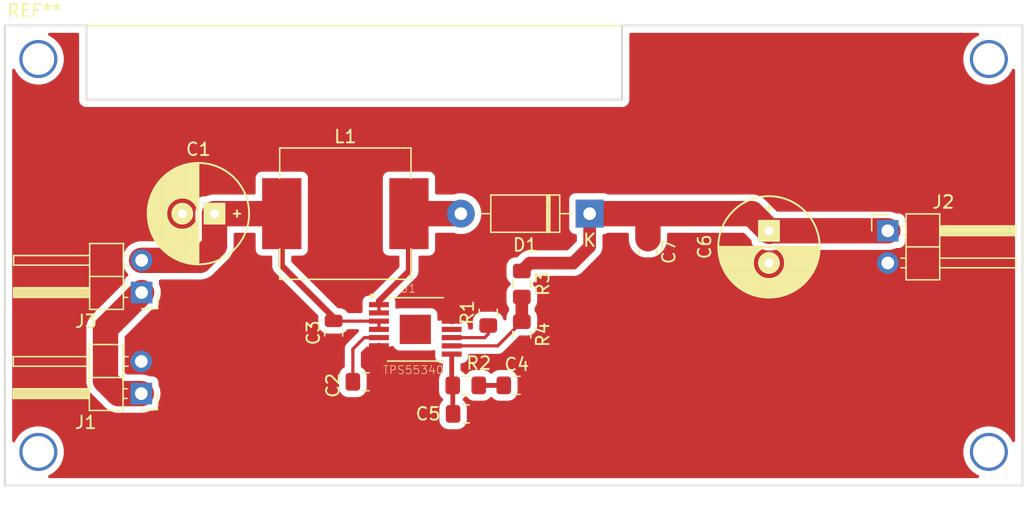
<source format=kicad_pcb>
(kicad_pcb (version 20171130) (host pcbnew 5.0.0-fee4fd1~66~ubuntu18.04.1)

  (general
    (thickness 1.6)
    (drawings 10)
    (tracks 48)
    (zones 0)
    (modules 18)
    (nets 12)
  )

  (page A4)
  (title_block
    (title "Boost Converter")
    (date 2018-08-06)
    (rev 1.0)
  )

  (layers
    (0 F.Cu signal)
    (31 B.Cu signal)
    (32 B.Adhes user)
    (33 F.Adhes user)
    (34 B.Paste user)
    (35 F.Paste user)
    (36 B.SilkS user)
    (37 F.SilkS user)
    (38 B.Mask user)
    (39 F.Mask user)
    (40 Dwgs.User user hide)
    (41 Cmts.User user)
    (42 Eco1.User user)
    (43 Eco2.User user)
    (44 Edge.Cuts user)
    (45 Margin user)
    (46 B.CrtYd user)
    (47 F.CrtYd user)
    (48 B.Fab user)
    (49 F.Fab user)
  )

  (setup
    (last_trace_width 2)
    (user_trace_width 0.381)
    (user_trace_width 0.406)
    (user_trace_width 0.432)
    (user_trace_width 0.457)
    (user_trace_width 0.483)
    (user_trace_width 0.507)
    (user_trace_width 1)
    (user_trace_width 2)
    (trace_clearance 0.2)
    (zone_clearance 0.508)
    (zone_45_only no)
    (trace_min 0.2)
    (segment_width 0.2)
    (edge_width 0.15)
    (via_size 0.8)
    (via_drill 0.4)
    (via_min_size 0.4)
    (via_min_drill 0.3)
    (uvia_size 0.3)
    (uvia_drill 0.1)
    (uvias_allowed no)
    (uvia_min_size 0.2)
    (uvia_min_drill 0.1)
    (pcb_text_width 0.3)
    (pcb_text_size 1.5 1.5)
    (mod_edge_width 0.15)
    (mod_text_size 1 1)
    (mod_text_width 0.15)
    (pad_size 2.2 2.2)
    (pad_drill 1)
    (pad_to_mask_clearance 0.2)
    (aux_axis_origin 0 0)
    (visible_elements FFFFFF7F)
    (pcbplotparams
      (layerselection 0x01000_7fffffff)
      (usegerberextensions true)
      (usegerberattributes false)
      (usegerberadvancedattributes false)
      (creategerberjobfile false)
      (gerberprecision 5)
      (excludeedgelayer true)
      (linewidth 0.100000)
      (plotframeref false)
      (viasonmask false)
      (mode 1)
      (useauxorigin false)
      (hpglpennumber 1)
      (hpglpenspeed 20)
      (hpglpendiameter 15.000000)
      (psnegative false)
      (psa4output false)
      (plotreference false)
      (plotvalue false)
      (plotinvisibletext false)
      (padsonsilk false)
      (subtractmaskfromsilk false)
      (outputformat 1)
      (mirror false)
      (drillshape 0)
      (scaleselection 1)
      (outputdirectory "Gerber/"))
  )

  (net 0 "")
  (net 1 "Net-(C1-Pad1)")
  (net 2 GND)
  (net 3 "Net-(C6-Pad1)")
  (net 4 "Net-(D1-Pad2)")
  (net 5 "Net-(R3-Pad2)")
  (net 6 "Net-(C2-Pad1)")
  (net 7 "Net-(C5-Pad1)")
  (net 8 "Net-(R1-Pad1)")
  (net 9 "Net-(U1-Pad11)")
  (net 10 "Net-(C4-Pad1)")
  (net 11 "Net-(J1-Pad1)")

  (net_class Default "This is the default net class."
    (clearance 0.2)
    (trace_width 0.25)
    (via_dia 0.8)
    (via_drill 0.4)
    (uvia_dia 0.3)
    (uvia_drill 0.1)
    (add_net GND)
    (add_net "Net-(C1-Pad1)")
    (add_net "Net-(C2-Pad1)")
    (add_net "Net-(C4-Pad1)")
    (add_net "Net-(C5-Pad1)")
    (add_net "Net-(C6-Pad1)")
    (add_net "Net-(D1-Pad2)")
    (add_net "Net-(J1-Pad1)")
    (add_net "Net-(R1-Pad1)")
    (add_net "Net-(R3-Pad2)")
    (add_net "Net-(U1-Pad11)")
  )

  (module Connector_PinHeader_2.54mm:PinHeader_1x02_P2.54mm_Horizontal (layer F.Cu) (tedit 59FED5CB) (tstamp 5B727A08)
    (at 94.65 99.425 180)
    (descr "Through hole angled pin header, 1x02, 2.54mm pitch, 6mm pin length, single row")
    (tags "Through hole angled pin header THT 1x02 2.54mm single row")
    (path /5B727F7C)
    (fp_text reference J3 (at 4.385 -2.27 180) (layer F.SilkS)
      (effects (font (size 1 1) (thickness 0.15)))
    )
    (fp_text value Switch (at 4.385 4.81 180) (layer F.Fab)
      (effects (font (size 1 1) (thickness 0.15)))
    )
    (fp_line (start 2.135 -1.27) (end 4.04 -1.27) (layer F.Fab) (width 0.1))
    (fp_line (start 4.04 -1.27) (end 4.04 3.81) (layer F.Fab) (width 0.1))
    (fp_line (start 4.04 3.81) (end 1.5 3.81) (layer F.Fab) (width 0.1))
    (fp_line (start 1.5 3.81) (end 1.5 -0.635) (layer F.Fab) (width 0.1))
    (fp_line (start 1.5 -0.635) (end 2.135 -1.27) (layer F.Fab) (width 0.1))
    (fp_line (start -0.32 -0.32) (end 1.5 -0.32) (layer F.Fab) (width 0.1))
    (fp_line (start -0.32 -0.32) (end -0.32 0.32) (layer F.Fab) (width 0.1))
    (fp_line (start -0.32 0.32) (end 1.5 0.32) (layer F.Fab) (width 0.1))
    (fp_line (start 4.04 -0.32) (end 10.04 -0.32) (layer F.Fab) (width 0.1))
    (fp_line (start 10.04 -0.32) (end 10.04 0.32) (layer F.Fab) (width 0.1))
    (fp_line (start 4.04 0.32) (end 10.04 0.32) (layer F.Fab) (width 0.1))
    (fp_line (start -0.32 2.22) (end 1.5 2.22) (layer F.Fab) (width 0.1))
    (fp_line (start -0.32 2.22) (end -0.32 2.86) (layer F.Fab) (width 0.1))
    (fp_line (start -0.32 2.86) (end 1.5 2.86) (layer F.Fab) (width 0.1))
    (fp_line (start 4.04 2.22) (end 10.04 2.22) (layer F.Fab) (width 0.1))
    (fp_line (start 10.04 2.22) (end 10.04 2.86) (layer F.Fab) (width 0.1))
    (fp_line (start 4.04 2.86) (end 10.04 2.86) (layer F.Fab) (width 0.1))
    (fp_line (start 1.44 -1.33) (end 1.44 3.87) (layer F.SilkS) (width 0.12))
    (fp_line (start 1.44 3.87) (end 4.1 3.87) (layer F.SilkS) (width 0.12))
    (fp_line (start 4.1 3.87) (end 4.1 -1.33) (layer F.SilkS) (width 0.12))
    (fp_line (start 4.1 -1.33) (end 1.44 -1.33) (layer F.SilkS) (width 0.12))
    (fp_line (start 4.1 -0.38) (end 10.1 -0.38) (layer F.SilkS) (width 0.12))
    (fp_line (start 10.1 -0.38) (end 10.1 0.38) (layer F.SilkS) (width 0.12))
    (fp_line (start 10.1 0.38) (end 4.1 0.38) (layer F.SilkS) (width 0.12))
    (fp_line (start 4.1 -0.32) (end 10.1 -0.32) (layer F.SilkS) (width 0.12))
    (fp_line (start 4.1 -0.2) (end 10.1 -0.2) (layer F.SilkS) (width 0.12))
    (fp_line (start 4.1 -0.08) (end 10.1 -0.08) (layer F.SilkS) (width 0.12))
    (fp_line (start 4.1 0.04) (end 10.1 0.04) (layer F.SilkS) (width 0.12))
    (fp_line (start 4.1 0.16) (end 10.1 0.16) (layer F.SilkS) (width 0.12))
    (fp_line (start 4.1 0.28) (end 10.1 0.28) (layer F.SilkS) (width 0.12))
    (fp_line (start 1.11 -0.38) (end 1.44 -0.38) (layer F.SilkS) (width 0.12))
    (fp_line (start 1.11 0.38) (end 1.44 0.38) (layer F.SilkS) (width 0.12))
    (fp_line (start 1.44 1.27) (end 4.1 1.27) (layer F.SilkS) (width 0.12))
    (fp_line (start 4.1 2.16) (end 10.1 2.16) (layer F.SilkS) (width 0.12))
    (fp_line (start 10.1 2.16) (end 10.1 2.92) (layer F.SilkS) (width 0.12))
    (fp_line (start 10.1 2.92) (end 4.1 2.92) (layer F.SilkS) (width 0.12))
    (fp_line (start 1.042929 2.16) (end 1.44 2.16) (layer F.SilkS) (width 0.12))
    (fp_line (start 1.042929 2.92) (end 1.44 2.92) (layer F.SilkS) (width 0.12))
    (fp_line (start -1.27 0) (end -1.27 -1.27) (layer F.SilkS) (width 0.12))
    (fp_line (start -1.27 -1.27) (end 0 -1.27) (layer F.SilkS) (width 0.12))
    (fp_line (start -1.8 -1.8) (end -1.8 4.35) (layer F.CrtYd) (width 0.05))
    (fp_line (start -1.8 4.35) (end 10.55 4.35) (layer F.CrtYd) (width 0.05))
    (fp_line (start 10.55 4.35) (end 10.55 -1.8) (layer F.CrtYd) (width 0.05))
    (fp_line (start 10.55 -1.8) (end -1.8 -1.8) (layer F.CrtYd) (width 0.05))
    (fp_text user %R (at 2.77 1.27 270) (layer F.Fab)
      (effects (font (size 1 1) (thickness 0.15)))
    )
    (pad 1 thru_hole rect (at 0 0 180) (size 1.7 1.7) (drill 1) (layers *.Cu *.Mask)
      (net 11 "Net-(J1-Pad1)"))
    (pad 2 thru_hole oval (at 0 2.54 180) (size 1.7 1.7) (drill 1) (layers *.Cu *.Mask)
      (net 1 "Net-(C1-Pad1)"))
    (model ${KISYS3DMOD}/Connector_PinHeader_2.54mm.3dshapes/PinHeader_1x02_P2.54mm_Horizontal.wrl
      (at (xyz 0 0 0))
      (scale (xyz 1 1 1))
      (rotate (xyz 0 0 0))
    )
  )

  (module SOP65P640X120-15N:SOP65P640X120-15N (layer F.Cu) (tedit 5B6EC314) (tstamp 5B7185DB)
    (at 116.24564 102.33126)
    (path /5B67F8C0)
    (attr smd)
    (fp_text reference U1 (at -0.577503 -3.2237) (layer F.SilkS)
      (effects (font (size 0.643453 0.643453) (thickness 0.05)))
    )
    (fp_text value TPS55340 (at -0.16863 3.20567) (layer F.SilkS)
      (effects (font (size 0.642418 0.642418) (thickness 0.05)))
    )
    (fp_line (start 2.2 -2.5) (end 2.2 2.5) (layer Dwgs.User) (width 0.127))
    (fp_line (start 2.2 2.5) (end -2.2 2.5) (layer Dwgs.User) (width 0.127))
    (fp_line (start -2.2 2.5) (end -2.2 -2.5) (layer Dwgs.User) (width 0.127))
    (fp_line (start -2.2 -2.5) (end 2.2 -2.5) (layer Dwgs.User) (width 0.127))
    (fp_circle (center -3.41 -2.64) (end -3.31 -2.64) (layer F.SilkS) (width 0.2))
    (fp_line (start -4 -2.75) (end 4 -2.75) (layer Eco1.User) (width 0.05))
    (fp_line (start 4 -2.75) (end 4 2.75) (layer Eco1.User) (width 0.05))
    (fp_line (start 4 2.75) (end -4 2.75) (layer Eco1.User) (width 0.05))
    (fp_line (start -4 2.75) (end -4 -2.75) (layer Eco1.User) (width 0.05))
    (fp_line (start -2.2 -2.5) (end 2.2 -2.5) (layer F.SilkS) (width 0.127))
    (fp_line (start -2.2 2.5) (end 2.2 2.5) (layer F.SilkS) (width 0.127))
    (fp_poly (pts (xy -1.71039 -2.5) (xy 1.7 -2.5) (xy 1.7 2.51527) (xy -1.71039 2.51527)) (layer F.Mask) (width 0))
    (fp_poly (pts (xy -0.803924 -0.75) (xy 0.8 -0.75) (xy 0.8 0.753679) (xy -0.803924 0.753679)) (layer F.Paste) (width 0))
    (pad 1 smd rect (at -2.87 -1.95) (size 1.57 0.41) (layers F.Cu F.Paste F.Mask)
      (net 4 "Net-(D1-Pad2)"))
    (pad 2 smd rect (at -2.87 -1.3) (size 1.57 0.41) (layers F.Cu F.Paste F.Mask)
      (net 4 "Net-(D1-Pad2)"))
    (pad 3 smd rect (at -2.87 -0.65) (size 1.57 0.41) (layers F.Cu F.Paste F.Mask)
      (net 1 "Net-(C1-Pad1)"))
    (pad 4 smd rect (at -2.87 0) (size 1.57 0.41) (layers F.Cu F.Paste F.Mask)
      (net 1 "Net-(C1-Pad1)"))
    (pad 5 smd rect (at -2.87 0.65) (size 1.57 0.41) (layers F.Cu F.Paste F.Mask)
      (net 6 "Net-(C2-Pad1)"))
    (pad 6 smd rect (at -2.87 1.3) (size 1.57 0.41) (layers F.Cu F.Paste F.Mask)
      (net 2 GND))
    (pad 7 smd rect (at -2.87 1.95) (size 1.57 0.41) (layers F.Cu F.Paste F.Mask)
      (net 2 GND))
    (pad 8 smd rect (at 2.87 1.95) (size 1.57 0.41) (layers F.Cu F.Paste F.Mask)
      (net 7 "Net-(C5-Pad1)"))
    (pad 9 smd rect (at 2.87 1.3) (size 1.57 0.41) (layers F.Cu F.Paste F.Mask)
      (net 5 "Net-(R3-Pad2)"))
    (pad 10 smd rect (at 2.87 0.65) (size 1.57 0.41) (layers F.Cu F.Paste F.Mask)
      (net 8 "Net-(R1-Pad1)"))
    (pad 11 smd rect (at 2.87 0) (size 1.57 0.41) (layers F.Cu F.Paste F.Mask)
      (net 9 "Net-(U1-Pad11)"))
    (pad 12 smd rect (at 2.87 -0.65) (size 1.57 0.41) (layers F.Cu F.Paste F.Mask)
      (net 2 GND))
    (pad 13 smd rect (at 2.87 -1.3) (size 1.57 0.41) (layers F.Cu F.Paste F.Mask)
      (net 2 GND))
    (pad 14 smd rect (at 2.87 -1.95) (size 1.57 0.41) (layers F.Cu F.Paste F.Mask)
      (net 2 GND))
    (pad 15 smd rect (at 0 0) (size 2.46 2.31) (layers F.Cu F.Paste F.Mask))
  )

  (module B82477R4684M100:B82477R4684M100 (layer F.Cu) (tedit 5B2AC413) (tstamp 5B7185C3)
    (at 110.725 93.2)
    (descr "Inductor, Vishay, IHLP series, 10.2mmx10.2mm")
    (tags "inductor vishay ihlp smd")
    (path /5B67F159)
    (attr smd)
    (fp_text reference L1 (at 0 -6.08) (layer F.SilkS)
      (effects (font (size 1 1) (thickness 0.15)))
    )
    (fp_text value 6.8uH (at 0 6.58) (layer F.Fab)
      (effects (font (size 1 1) (thickness 0.15)))
    )
    (fp_line (start -6.35 5.35) (end -6.72 5.35) (layer F.CrtYd) (width 0.05))
    (fp_line (start 6.86 5.35) (end 6.36 5.35) (layer F.CrtYd) (width 0.05))
    (fp_line (start 6.86 -5.35) (end 6.32 -5.35) (layer F.CrtYd) (width 0.05))
    (fp_line (start -6.73 -5.35) (end -6.36 -5.35) (layer F.CrtYd) (width 0.05))
    (fp_text user %R (at 0 0) (layer F.Fab)
      (effects (font (size 1 1) (thickness 0.15)))
    )
    (fp_line (start -5.08 -5.08) (end -5.08 5.08) (layer F.Fab) (width 0.1))
    (fp_line (start -5.08 5.08) (end 5.08 5.08) (layer F.Fab) (width 0.1))
    (fp_line (start 5.08 5.08) (end 5.08 -5.08) (layer F.Fab) (width 0.1))
    (fp_line (start 5.08 -5.08) (end -5.08 -5.08) (layer F.Fab) (width 0.1))
    (fp_line (start -5.18 -2.775) (end -5.18 -5.18) (layer F.SilkS) (width 0.12))
    (fp_line (start -5.18 -5.18) (end 5.18 -5.18) (layer F.SilkS) (width 0.12))
    (fp_line (start 5.18 -5.18) (end 5.18 -2.775) (layer F.SilkS) (width 0.12))
    (fp_line (start -5.18 2.775) (end -5.18 5.18) (layer F.SilkS) (width 0.12))
    (fp_line (start -5.18 5.18) (end 5.18 5.18) (layer F.SilkS) (width 0.12))
    (fp_line (start 5.18 5.18) (end 5.18 2.775) (layer F.SilkS) (width 0.12))
    (fp_line (start -6.731 -5.35) (end -6.731 5.35) (layer F.CrtYd) (width 0.05))
    (fp_line (start -6.35 5.35) (end 6.35 5.35) (layer F.CrtYd) (width 0.05))
    (fp_line (start 6.858 5.35) (end 6.858 -5.35) (layer F.CrtYd) (width 0.05))
    (fp_line (start 6.35 -5.35) (end -6.35 -5.35) (layer F.CrtYd) (width 0.05))
    (pad 1 smd rect (at -5.0175 0) (size 3.1 5.6) (layers F.Cu F.Paste F.Mask)
      (net 1 "Net-(C1-Pad1)"))
    (pad 2 smd rect (at 5.0175 0) (size 3.1 5.6) (layers F.Cu F.Paste F.Mask)
      (net 4 "Net-(D1-Pad2)"))
    (model ${KISYS3DMOD}/Inductors_SMD.3dshapes/L_Vishay_IHLP-4040.wrl
      (at (xyz 0 0 0))
      (scale (xyz 1 1 1))
      (rotate (xyz 0 0 0))
    )
  )

  (module Diode_THT:D_DO-41_SOD81_P10.16mm_Horizontal (layer F.Cu) (tedit 5B6EC9DE) (tstamp 5B7BB519)
    (at 130 93.2 180)
    (descr "Diode, DO-41_SOD81 series, Axial, Horizontal, pin pitch=10.16mm, , length*diameter=5.2*2.7mm^2, , http://www.diodes.com/_files/packages/DO-41%20(Plastic).pdf")
    (tags "Diode DO-41_SOD81 series Axial Horizontal pin pitch 10.16mm  length 5.2mm diameter 2.7mm")
    (path /5B67F1FF)
    (fp_text reference D1 (at 5.08 -2.47 180) (layer F.SilkS)
      (effects (font (size 1 1) (thickness 0.15)))
    )
    (fp_text value 1N5818 (at 5.08 2.47 180) (layer F.Fab)
      (effects (font (size 1 1) (thickness 0.15)))
    )
    (fp_text user K (at 0 -2.1 180) (layer F.SilkS)
      (effects (font (size 1 1) (thickness 0.15)))
    )
    (fp_text user K (at 0 -2.1 180) (layer F.Fab)
      (effects (font (size 1 1) (thickness 0.15)))
    )
    (fp_text user %R (at 5.47 0 180) (layer F.Fab)
      (effects (font (size 1 1) (thickness 0.15)))
    )
    (fp_line (start 11.51 -1.6) (end -1.35 -1.6) (layer F.CrtYd) (width 0.05))
    (fp_line (start 11.51 1.6) (end 11.51 -1.6) (layer F.CrtYd) (width 0.05))
    (fp_line (start -1.35 1.6) (end 11.51 1.6) (layer F.CrtYd) (width 0.05))
    (fp_line (start -1.35 -1.6) (end -1.35 1.6) (layer F.CrtYd) (width 0.05))
    (fp_line (start 3.14 -1.47) (end 3.14 1.47) (layer F.SilkS) (width 0.12))
    (fp_line (start 3.38 -1.47) (end 3.38 1.47) (layer F.SilkS) (width 0.12))
    (fp_line (start 3.26 -1.47) (end 3.26 1.47) (layer F.SilkS) (width 0.12))
    (fp_line (start 8.82 0) (end 7.8 0) (layer F.SilkS) (width 0.12))
    (fp_line (start 1.34 0) (end 2.36 0) (layer F.SilkS) (width 0.12))
    (fp_line (start 7.8 -1.47) (end 2.36 -1.47) (layer F.SilkS) (width 0.12))
    (fp_line (start 7.8 1.47) (end 7.8 -1.47) (layer F.SilkS) (width 0.12))
    (fp_line (start 2.36 1.47) (end 7.8 1.47) (layer F.SilkS) (width 0.12))
    (fp_line (start 2.36 -1.47) (end 2.36 1.47) (layer F.SilkS) (width 0.12))
    (fp_line (start 3.16 -1.35) (end 3.16 1.35) (layer F.Fab) (width 0.1))
    (fp_line (start 3.36 -1.35) (end 3.36 1.35) (layer F.Fab) (width 0.1))
    (fp_line (start 3.26 -1.35) (end 3.26 1.35) (layer F.Fab) (width 0.1))
    (fp_line (start 10.16 0) (end 7.68 0) (layer F.Fab) (width 0.1))
    (fp_line (start 0 0) (end 2.48 0) (layer F.Fab) (width 0.1))
    (fp_line (start 7.68 -1.35) (end 2.48 -1.35) (layer F.Fab) (width 0.1))
    (fp_line (start 7.68 1.35) (end 7.68 -1.35) (layer F.Fab) (width 0.1))
    (fp_line (start 2.48 1.35) (end 7.68 1.35) (layer F.Fab) (width 0.1))
    (fp_line (start 2.48 -1.35) (end 2.48 1.35) (layer F.Fab) (width 0.1))
    (pad 2 thru_hole oval (at 10.16 0 180) (size 2.2 2.2) (drill 1) (layers *.Cu *.Mask)
      (net 4 "Net-(D1-Pad2)"))
    (pad 1 thru_hole rect (at 0 0 180) (size 2.2 2.2) (drill 1) (layers *.Cu *.Mask)
      (net 3 "Net-(C6-Pad1)"))
    (model ${KISYS3DMOD}/Diode_THT.3dshapes/D_DO-41_SOD81_P10.16mm_Horizontal.wrl
      (at (xyz 0 0 0))
      (scale (xyz 1 1 1))
      (rotate (xyz 0 0 0))
    )
  )

  (module Capacitor_SMD:C_0805_2012Metric_Pad1.15x1.40mm_HandSolder (layer F.Cu) (tedit 5B36C52B) (tstamp 5B7B9DF2)
    (at 134.6 96.2 270)
    (descr "Capacitor SMD 0805 (2012 Metric), square (rectangular) end terminal, IPC_7351 nominal with elongated pad for handsoldering. (Body size source: https://docs.google.com/spreadsheets/d/1BsfQQcO9C6DZCsRaXUlFlo91Tg2WpOkGARC1WS5S8t0/edit?usp=sharing), generated with kicad-footprint-generator")
    (tags "capacitor handsolder")
    (path /5B682480)
    (attr smd)
    (fp_text reference C7 (at 0 -1.65 270) (layer F.SilkS)
      (effects (font (size 1 1) (thickness 0.15)))
    )
    (fp_text value 1u (at 0 1.65 270) (layer F.Fab)
      (effects (font (size 1 1) (thickness 0.15)))
    )
    (fp_text user %R (at 0 0 270) (layer F.Fab)
      (effects (font (size 0.5 0.5) (thickness 0.08)))
    )
    (fp_line (start 1.85 0.95) (end -1.85 0.95) (layer F.CrtYd) (width 0.05))
    (fp_line (start 1.85 -0.95) (end 1.85 0.95) (layer F.CrtYd) (width 0.05))
    (fp_line (start -1.85 -0.95) (end 1.85 -0.95) (layer F.CrtYd) (width 0.05))
    (fp_line (start -1.85 0.95) (end -1.85 -0.95) (layer F.CrtYd) (width 0.05))
    (fp_line (start -0.261252 0.71) (end 0.261252 0.71) (layer F.SilkS) (width 0.12))
    (fp_line (start -0.261252 -0.71) (end 0.261252 -0.71) (layer F.SilkS) (width 0.12))
    (fp_line (start 1 0.6) (end -1 0.6) (layer F.Fab) (width 0.1))
    (fp_line (start 1 -0.6) (end 1 0.6) (layer F.Fab) (width 0.1))
    (fp_line (start -1 -0.6) (end 1 -0.6) (layer F.Fab) (width 0.1))
    (fp_line (start -1 0.6) (end -1 -0.6) (layer F.Fab) (width 0.1))
    (pad 2 smd roundrect (at 1.025 0 270) (size 1.15 1.4) (layers F.Cu F.Paste F.Mask) (roundrect_rratio 0.217391)
      (net 2 GND))
    (pad 1 smd roundrect (at -1.025 0 270) (size 1.15 1.4) (layers F.Cu F.Paste F.Mask) (roundrect_rratio 0.217391)
      (net 3 "Net-(C6-Pad1)"))
    (model ${KISYS3DMOD}/Capacitor_SMD.3dshapes/C_0805_2012Metric.wrl
      (at (xyz 0 0 0))
      (scale (xyz 1 1 1))
      (rotate (xyz 0 0 0))
    )
  )

  (module Capacitor_SMD:C_0805_2012Metric_Pad1.15x1.40mm_HandSolder (layer F.Cu) (tedit 5B36C52B) (tstamp 5B7BA2A0)
    (at 120.25 109)
    (descr "Capacitor SMD 0805 (2012 Metric), square (rectangular) end terminal, IPC_7351 nominal with elongated pad for handsoldering. (Body size source: https://docs.google.com/spreadsheets/d/1BsfQQcO9C6DZCsRaXUlFlo91Tg2WpOkGARC1WS5S8t0/edit?usp=sharing), generated with kicad-footprint-generator")
    (tags "capacitor handsolder")
    (path /5B691B10)
    (attr smd)
    (fp_text reference C5 (at -3 0) (layer F.SilkS)
      (effects (font (size 1 1) (thickness 0.15)))
    )
    (fp_text value 820p (at -3.75 1.25) (layer F.Fab)
      (effects (font (size 1 1) (thickness 0.15)))
    )
    (fp_line (start -1 0.6) (end -1 -0.6) (layer F.Fab) (width 0.1))
    (fp_line (start -1 -0.6) (end 1 -0.6) (layer F.Fab) (width 0.1))
    (fp_line (start 1 -0.6) (end 1 0.6) (layer F.Fab) (width 0.1))
    (fp_line (start 1 0.6) (end -1 0.6) (layer F.Fab) (width 0.1))
    (fp_line (start -0.261252 -0.71) (end 0.261252 -0.71) (layer F.SilkS) (width 0.12))
    (fp_line (start -0.261252 0.71) (end 0.261252 0.71) (layer F.SilkS) (width 0.12))
    (fp_line (start -1.85 0.95) (end -1.85 -0.95) (layer F.CrtYd) (width 0.05))
    (fp_line (start -1.85 -0.95) (end 1.85 -0.95) (layer F.CrtYd) (width 0.05))
    (fp_line (start 1.85 -0.95) (end 1.85 0.95) (layer F.CrtYd) (width 0.05))
    (fp_line (start 1.85 0.95) (end -1.85 0.95) (layer F.CrtYd) (width 0.05))
    (fp_text user %R (at 0 0) (layer F.Fab)
      (effects (font (size 0.5 0.5) (thickness 0.08)))
    )
    (pad 1 smd roundrect (at -1.025 0) (size 1.15 1.4) (layers F.Cu F.Paste F.Mask) (roundrect_rratio 0.217391)
      (net 7 "Net-(C5-Pad1)"))
    (pad 2 smd roundrect (at 1.025 0) (size 1.15 1.4) (layers F.Cu F.Paste F.Mask) (roundrect_rratio 0.217391)
      (net 2 GND))
    (model ${KISYS3DMOD}/Capacitor_SMD.3dshapes/C_0805_2012Metric.wrl
      (at (xyz 0 0 0))
      (scale (xyz 1 1 1))
      (rotate (xyz 0 0 0))
    )
  )

  (module Capacitor_SMD:C_0805_2012Metric_Pad1.15x1.40mm_HandSolder (layer F.Cu) (tedit 5B36C52B) (tstamp 5B7BA2D0)
    (at 124.25 106.75)
    (descr "Capacitor SMD 0805 (2012 Metric), square (rectangular) end terminal, IPC_7351 nominal with elongated pad for handsoldering. (Body size source: https://docs.google.com/spreadsheets/d/1BsfQQcO9C6DZCsRaXUlFlo91Tg2WpOkGARC1WS5S8t0/edit?usp=sharing), generated with kicad-footprint-generator")
    (tags "capacitor handsolder")
    (path /5B69197E)
    (attr smd)
    (fp_text reference C4 (at 0 -1.65) (layer F.SilkS)
      (effects (font (size 1 1) (thickness 0.15)))
    )
    (fp_text value 27n (at 0 1.65) (layer F.Fab)
      (effects (font (size 1 1) (thickness 0.15)))
    )
    (fp_text user %R (at 0 0) (layer F.Fab)
      (effects (font (size 0.5 0.5) (thickness 0.08)))
    )
    (fp_line (start 1.85 0.95) (end -1.85 0.95) (layer F.CrtYd) (width 0.05))
    (fp_line (start 1.85 -0.95) (end 1.85 0.95) (layer F.CrtYd) (width 0.05))
    (fp_line (start -1.85 -0.95) (end 1.85 -0.95) (layer F.CrtYd) (width 0.05))
    (fp_line (start -1.85 0.95) (end -1.85 -0.95) (layer F.CrtYd) (width 0.05))
    (fp_line (start -0.261252 0.71) (end 0.261252 0.71) (layer F.SilkS) (width 0.12))
    (fp_line (start -0.261252 -0.71) (end 0.261252 -0.71) (layer F.SilkS) (width 0.12))
    (fp_line (start 1 0.6) (end -1 0.6) (layer F.Fab) (width 0.1))
    (fp_line (start 1 -0.6) (end 1 0.6) (layer F.Fab) (width 0.1))
    (fp_line (start -1 -0.6) (end 1 -0.6) (layer F.Fab) (width 0.1))
    (fp_line (start -1 0.6) (end -1 -0.6) (layer F.Fab) (width 0.1))
    (pad 2 smd roundrect (at 1.025 0) (size 1.15 1.4) (layers F.Cu F.Paste F.Mask) (roundrect_rratio 0.217391)
      (net 2 GND))
    (pad 1 smd roundrect (at -1.025 0) (size 1.15 1.4) (layers F.Cu F.Paste F.Mask) (roundrect_rratio 0.217391)
      (net 10 "Net-(C4-Pad1)"))
    (model ${KISYS3DMOD}/Capacitor_SMD.3dshapes/C_0805_2012Metric.wrl
      (at (xyz 0 0 0))
      (scale (xyz 1 1 1))
      (rotate (xyz 0 0 0))
    )
  )

  (module Capacitor_SMD:C_0805_2012Metric_Pad1.15x1.40mm_HandSolder (layer F.Cu) (tedit 5B36C52B) (tstamp 5B7BBB8C)
    (at 112.34166 106.46638)
    (descr "Capacitor SMD 0805 (2012 Metric), square (rectangular) end terminal, IPC_7351 nominal with elongated pad for handsoldering. (Body size source: https://docs.google.com/spreadsheets/d/1BsfQQcO9C6DZCsRaXUlFlo91Tg2WpOkGARC1WS5S8t0/edit?usp=sharing), generated with kicad-footprint-generator")
    (tags "capacitor handsolder")
    (path /5B686F87)
    (attr smd)
    (fp_text reference C2 (at -2.59166 0.28362 90) (layer F.SilkS)
      (effects (font (size 1 1) (thickness 0.15)))
    )
    (fp_text value 22n (at 0 1.65) (layer F.Fab)
      (effects (font (size 1 1) (thickness 0.15)))
    )
    (fp_line (start -1 0.6) (end -1 -0.6) (layer F.Fab) (width 0.1))
    (fp_line (start -1 -0.6) (end 1 -0.6) (layer F.Fab) (width 0.1))
    (fp_line (start 1 -0.6) (end 1 0.6) (layer F.Fab) (width 0.1))
    (fp_line (start 1 0.6) (end -1 0.6) (layer F.Fab) (width 0.1))
    (fp_line (start -0.261252 -0.71) (end 0.261252 -0.71) (layer F.SilkS) (width 0.12))
    (fp_line (start -0.261252 0.71) (end 0.261252 0.71) (layer F.SilkS) (width 0.12))
    (fp_line (start -1.85 0.95) (end -1.85 -0.95) (layer F.CrtYd) (width 0.05))
    (fp_line (start -1.85 -0.95) (end 1.85 -0.95) (layer F.CrtYd) (width 0.05))
    (fp_line (start 1.85 -0.95) (end 1.85 0.95) (layer F.CrtYd) (width 0.05))
    (fp_line (start 1.85 0.95) (end -1.85 0.95) (layer F.CrtYd) (width 0.05))
    (fp_text user %R (at 0 0) (layer F.Fab)
      (effects (font (size 0.5 0.5) (thickness 0.08)))
    )
    (pad 1 smd roundrect (at -1.025 0) (size 1.15 1.4) (layers F.Cu F.Paste F.Mask) (roundrect_rratio 0.217391)
      (net 6 "Net-(C2-Pad1)"))
    (pad 2 smd roundrect (at 1.025 0) (size 1.15 1.4) (layers F.Cu F.Paste F.Mask) (roundrect_rratio 0.217391)
      (net 2 GND))
    (model ${KISYS3DMOD}/Capacitor_SMD.3dshapes/C_0805_2012Metric.wrl
      (at (xyz 0 0 0))
      (scale (xyz 1 1 1))
      (rotate (xyz 0 0 0))
    )
  )

  (module Resistor_SMD:R_0805_2012Metric_Pad1.15x1.40mm_HandSolder (layer F.Cu) (tedit 5B36C52B) (tstamp 5B7B9CAB)
    (at 124.65 102.75 270)
    (descr "Resistor SMD 0805 (2012 Metric), square (rectangular) end terminal, IPC_7351 nominal with elongated pad for handsoldering. (Body size source: https://docs.google.com/spreadsheets/d/1BsfQQcO9C6DZCsRaXUlFlo91Tg2WpOkGARC1WS5S8t0/edit?usp=sharing), generated with kicad-footprint-generator")
    (tags "resistor handsolder")
    (path /5B67F4A6)
    (attr smd)
    (fp_text reference R4 (at 0 -1.65 270) (layer F.SilkS)
      (effects (font (size 1 1) (thickness 0.15)))
    )
    (fp_text value 10k (at 0 -3.55 270) (layer F.Fab)
      (effects (font (size 1 1) (thickness 0.15)))
    )
    (fp_text user %R (at 0 0 270) (layer F.Fab)
      (effects (font (size 0.5 0.5) (thickness 0.08)))
    )
    (fp_line (start 1.85 0.95) (end -1.85 0.95) (layer F.CrtYd) (width 0.05))
    (fp_line (start 1.85 -0.95) (end 1.85 0.95) (layer F.CrtYd) (width 0.05))
    (fp_line (start -1.85 -0.95) (end 1.85 -0.95) (layer F.CrtYd) (width 0.05))
    (fp_line (start -1.85 0.95) (end -1.85 -0.95) (layer F.CrtYd) (width 0.05))
    (fp_line (start -0.261252 0.71) (end 0.261252 0.71) (layer F.SilkS) (width 0.12))
    (fp_line (start -0.261252 -0.71) (end 0.261252 -0.71) (layer F.SilkS) (width 0.12))
    (fp_line (start 1 0.6) (end -1 0.6) (layer F.Fab) (width 0.1))
    (fp_line (start 1 -0.6) (end 1 0.6) (layer F.Fab) (width 0.1))
    (fp_line (start -1 -0.6) (end 1 -0.6) (layer F.Fab) (width 0.1))
    (fp_line (start -1 0.6) (end -1 -0.6) (layer F.Fab) (width 0.1))
    (pad 2 smd roundrect (at 1.025 0 270) (size 1.15 1.4) (layers F.Cu F.Paste F.Mask) (roundrect_rratio 0.217391)
      (net 2 GND))
    (pad 1 smd roundrect (at -1.025 0 270) (size 1.15 1.4) (layers F.Cu F.Paste F.Mask) (roundrect_rratio 0.217391)
      (net 5 "Net-(R3-Pad2)"))
    (model ${KISYS3DMOD}/Resistor_SMD.3dshapes/R_0805_2012Metric.wrl
      (at (xyz 0 0 0))
      (scale (xyz 1 1 1))
      (rotate (xyz 0 0 0))
    )
  )

  (module Resistor_SMD:R_0805_2012Metric_Pad1.15x1.40mm_HandSolder (layer F.Cu) (tedit 5B36C52B) (tstamp 5B7BA0BA)
    (at 124.65 98.75 270)
    (descr "Resistor SMD 0805 (2012 Metric), square (rectangular) end terminal, IPC_7351 nominal with elongated pad for handsoldering. (Body size source: https://docs.google.com/spreadsheets/d/1BsfQQcO9C6DZCsRaXUlFlo91Tg2WpOkGARC1WS5S8t0/edit?usp=sharing), generated with kicad-footprint-generator")
    (tags "resistor handsolder")
    (path /5B67F434)
    (attr smd)
    (fp_text reference R3 (at -0.025001 -1.65 270) (layer F.SilkS)
      (effects (font (size 1 1) (thickness 0.15)))
    )
    (fp_text value 88.2k (at 0 -3 270) (layer F.Fab)
      (effects (font (size 1 1) (thickness 0.15)))
    )
    (fp_line (start -1 0.6) (end -1 -0.6) (layer F.Fab) (width 0.1))
    (fp_line (start -1 -0.6) (end 1 -0.6) (layer F.Fab) (width 0.1))
    (fp_line (start 1 -0.6) (end 1 0.6) (layer F.Fab) (width 0.1))
    (fp_line (start 1 0.6) (end -1 0.6) (layer F.Fab) (width 0.1))
    (fp_line (start -0.261252 -0.71) (end 0.261252 -0.71) (layer F.SilkS) (width 0.12))
    (fp_line (start -0.261252 0.71) (end 0.261252 0.71) (layer F.SilkS) (width 0.12))
    (fp_line (start -1.85 0.95) (end -1.85 -0.95) (layer F.CrtYd) (width 0.05))
    (fp_line (start -1.85 -0.95) (end 1.85 -0.95) (layer F.CrtYd) (width 0.05))
    (fp_line (start 1.85 -0.95) (end 1.85 0.95) (layer F.CrtYd) (width 0.05))
    (fp_line (start 1.85 0.95) (end -1.85 0.95) (layer F.CrtYd) (width 0.05))
    (fp_text user %R (at 0 0 270) (layer F.Fab)
      (effects (font (size 0.5 0.5) (thickness 0.08)))
    )
    (pad 1 smd roundrect (at -1.025 0 270) (size 1.15 1.4) (layers F.Cu F.Paste F.Mask) (roundrect_rratio 0.217391)
      (net 3 "Net-(C6-Pad1)"))
    (pad 2 smd roundrect (at 1.025 0 270) (size 1.15 1.4) (layers F.Cu F.Paste F.Mask) (roundrect_rratio 0.217391)
      (net 5 "Net-(R3-Pad2)"))
    (model ${KISYS3DMOD}/Resistor_SMD.3dshapes/R_0805_2012Metric.wrl
      (at (xyz 0 0 0))
      (scale (xyz 1 1 1))
      (rotate (xyz 0 0 0))
    )
  )

  (module Resistor_SMD:R_0805_2012Metric_Pad1.15x1.40mm_HandSolder (layer F.Cu) (tedit 5B36C52B) (tstamp 5B7BA0EA)
    (at 120.225 106.75)
    (descr "Resistor SMD 0805 (2012 Metric), square (rectangular) end terminal, IPC_7351 nominal with elongated pad for handsoldering. (Body size source: https://docs.google.com/spreadsheets/d/1BsfQQcO9C6DZCsRaXUlFlo91Tg2WpOkGARC1WS5S8t0/edit?usp=sharing), generated with kicad-footprint-generator")
    (tags "resistor handsolder")
    (path /5B690AB7)
    (attr smd)
    (fp_text reference R2 (at 1.025 -1.75) (layer F.SilkS)
      (effects (font (size 1 1) (thickness 0.15)))
    )
    (fp_text value 2.32k (at -3.975 0) (layer F.Fab)
      (effects (font (size 1 1) (thickness 0.15)))
    )
    (fp_text user %R (at 0.025 0) (layer F.Fab)
      (effects (font (size 0.5 0.5) (thickness 0.08)))
    )
    (fp_line (start 1.85 0.95) (end -1.85 0.95) (layer F.CrtYd) (width 0.05))
    (fp_line (start 1.85 -0.95) (end 1.85 0.95) (layer F.CrtYd) (width 0.05))
    (fp_line (start -1.85 -0.95) (end 1.85 -0.95) (layer F.CrtYd) (width 0.05))
    (fp_line (start -1.85 0.95) (end -1.85 -0.95) (layer F.CrtYd) (width 0.05))
    (fp_line (start -0.261252 0.71) (end 0.261252 0.71) (layer F.SilkS) (width 0.12))
    (fp_line (start -0.261252 -0.71) (end 0.261252 -0.71) (layer F.SilkS) (width 0.12))
    (fp_line (start 1 0.6) (end -1 0.6) (layer F.Fab) (width 0.1))
    (fp_line (start 1 -0.6) (end 1 0.6) (layer F.Fab) (width 0.1))
    (fp_line (start -1 -0.6) (end 1 -0.6) (layer F.Fab) (width 0.1))
    (fp_line (start -1 0.6) (end -1 -0.6) (layer F.Fab) (width 0.1))
    (pad 2 smd roundrect (at 1.025 0) (size 1.15 1.4) (layers F.Cu F.Paste F.Mask) (roundrect_rratio 0.217391)
      (net 10 "Net-(C4-Pad1)"))
    (pad 1 smd roundrect (at -1.025 0) (size 1.15 1.4) (layers F.Cu F.Paste F.Mask) (roundrect_rratio 0.217391)
      (net 7 "Net-(C5-Pad1)"))
    (model ${KISYS3DMOD}/Resistor_SMD.3dshapes/R_0805_2012Metric.wrl
      (at (xyz 0 0 0))
      (scale (xyz 1 1 1))
      (rotate (xyz 0 0 0))
    )
  )

  (module Resistor_SMD:R_0805_2012Metric_Pad1.15x1.40mm_HandSolder (layer F.Cu) (tedit 5B36C52B) (tstamp 5B7BA11A)
    (at 122 101 90)
    (descr "Resistor SMD 0805 (2012 Metric), square (rectangular) end terminal, IPC_7351 nominal with elongated pad for handsoldering. (Body size source: https://docs.google.com/spreadsheets/d/1BsfQQcO9C6DZCsRaXUlFlo91Tg2WpOkGARC1WS5S8t0/edit?usp=sharing), generated with kicad-footprint-generator")
    (tags "resistor handsolder")
    (path /5B686E92)
    (attr smd)
    (fp_text reference R1 (at 0 -1.65 90) (layer F.SilkS)
      (effects (font (size 1 1) (thickness 0.15)))
    )
    (fp_text value 38.3k (at 2.6 -0.6 180) (layer F.Fab)
      (effects (font (size 1 1) (thickness 0.15)))
    )
    (fp_line (start -1 0.6) (end -1 -0.6) (layer F.Fab) (width 0.1))
    (fp_line (start -1 -0.6) (end 1 -0.6) (layer F.Fab) (width 0.1))
    (fp_line (start 1 -0.6) (end 1 0.6) (layer F.Fab) (width 0.1))
    (fp_line (start 1 0.6) (end -1 0.6) (layer F.Fab) (width 0.1))
    (fp_line (start -0.261252 -0.71) (end 0.261252 -0.71) (layer F.SilkS) (width 0.12))
    (fp_line (start -0.261252 0.71) (end 0.261252 0.71) (layer F.SilkS) (width 0.12))
    (fp_line (start -1.85 0.95) (end -1.85 -0.95) (layer F.CrtYd) (width 0.05))
    (fp_line (start -1.85 -0.95) (end 1.85 -0.95) (layer F.CrtYd) (width 0.05))
    (fp_line (start 1.85 -0.95) (end 1.85 0.95) (layer F.CrtYd) (width 0.05))
    (fp_line (start 1.85 0.95) (end -1.85 0.95) (layer F.CrtYd) (width 0.05))
    (fp_text user %R (at 0 0 90) (layer F.Fab)
      (effects (font (size 0.5 0.5) (thickness 0.08)))
    )
    (pad 1 smd roundrect (at -1.025 0 90) (size 1.15 1.4) (layers F.Cu F.Paste F.Mask) (roundrect_rratio 0.217391)
      (net 8 "Net-(R1-Pad1)"))
    (pad 2 smd roundrect (at 1.025 0 90) (size 1.15 1.4) (layers F.Cu F.Paste F.Mask) (roundrect_rratio 0.217391)
      (net 2 GND))
    (model ${KISYS3DMOD}/Resistor_SMD.3dshapes/R_0805_2012Metric.wrl
      (at (xyz 0 0 0))
      (scale (xyz 1 1 1))
      (rotate (xyz 0 0 0))
    )
  )

  (module dylan-custom:Cap_Pol_Radial_D8_P2 (layer F.Cu) (tedit 58F09B01) (tstamp 5B7BA392)
    (at 144.15 94.55 270)
    (descr "Radial Electrolytic Capacitor Diameter 8mm x Length 13mm, Pitch 3.8mm")
    (tags "Electrolytic Capacitor")
    (path /5B6823A4)
    (fp_text reference C6 (at 1.27 5.08 90) (layer F.SilkS)
      (effects (font (size 1 1) (thickness 0.15)))
    )
    (fp_text value 47u (at 1.27 -4.826 270) (layer F.Fab)
      (effects (font (size 1 1) (thickness 0.15)))
    )
    (fp_line (start -1.778 -0.254) (end -1.778 0.254) (layer F.SilkS) (width 0.15))
    (fp_line (start -1.524 0) (end -2.032 0) (layer F.SilkS) (width 0.15))
    (fp_line (start 1.27 -0.5715) (end 1.397 -0.6985) (layer F.SilkS) (width 0.15))
    (fp_line (start 1.397 -0.6985) (end 1.397 -3.8735) (layer F.SilkS) (width 0.15))
    (fp_line (start 1.397 3.937) (end 1.397 0.635) (layer F.SilkS) (width 0.15))
    (fp_line (start 1.524 3.937) (end 1.524 0.8255) (layer F.SilkS) (width 0.15))
    (fp_line (start 1.524 0.8255) (end 1.651 0.9525) (layer F.SilkS) (width 0.15))
    (fp_line (start 1.651 0.9525) (end 1.651 3.937) (layer F.SilkS) (width 0.15))
    (fp_line (start 1.651 3.937) (end 1.778 3.937) (layer F.SilkS) (width 0.15))
    (fp_line (start 1.778 3.937) (end 1.778 1.0795) (layer F.SilkS) (width 0.15))
    (fp_line (start 1.778 1.0795) (end 1.905 1.143) (layer F.SilkS) (width 0.15))
    (fp_line (start 1.905 1.143) (end 1.905 3.937) (layer F.SilkS) (width 0.15))
    (fp_line (start 1.905 3.937) (end 2.032 3.8735) (layer F.SilkS) (width 0.15))
    (fp_line (start 2.032 3.8735) (end 2.032 1.2065) (layer F.SilkS) (width 0.15))
    (fp_line (start 2.032 1.2065) (end 2.159 1.27) (layer F.SilkS) (width 0.15))
    (fp_line (start 2.159 1.27) (end 2.159 3.81) (layer F.SilkS) (width 0.15))
    (fp_line (start 2.159 3.81) (end 2.286 3.81) (layer F.SilkS) (width 0.15))
    (fp_line (start 2.286 3.81) (end 2.286 1.27) (layer F.SilkS) (width 0.15))
    (fp_line (start 2.286 1.27) (end 2.413 1.27) (layer F.SilkS) (width 0.15))
    (fp_line (start 2.413 1.27) (end 2.413 3.81) (layer F.SilkS) (width 0.15))
    (fp_line (start 2.413 3.81) (end 2.54 3.7465) (layer F.SilkS) (width 0.15))
    (fp_line (start 2.54 3.7465) (end 2.54 1.3335) (layer F.SilkS) (width 0.15))
    (fp_line (start 2.54 1.3335) (end 2.667 1.3335) (layer F.SilkS) (width 0.15))
    (fp_line (start 2.667 1.3335) (end 2.667 3.683) (layer F.SilkS) (width 0.15))
    (fp_line (start 2.667 3.683) (end 2.794 3.6195) (layer F.SilkS) (width 0.15))
    (fp_line (start 2.794 3.6195) (end 2.794 1.27) (layer F.SilkS) (width 0.15))
    (fp_line (start 2.794 1.27) (end 2.921 1.2065) (layer F.SilkS) (width 0.15))
    (fp_line (start 2.921 1.2065) (end 2.921 3.6195) (layer F.SilkS) (width 0.15))
    (fp_line (start 2.921 3.6195) (end 3.048 3.4925) (layer F.SilkS) (width 0.15))
    (fp_line (start 3.048 3.4925) (end 3.048 1.2065) (layer F.SilkS) (width 0.15))
    (fp_line (start 3.048 1.2065) (end 3.175 1.143) (layer F.SilkS) (width 0.15))
    (fp_line (start 3.175 1.143) (end 3.175 3.4925) (layer F.SilkS) (width 0.15))
    (fp_line (start 3.175 3.4925) (end 3.302 3.3655) (layer F.SilkS) (width 0.15))
    (fp_line (start 3.302 3.3655) (end 3.302 1.016) (layer F.SilkS) (width 0.15))
    (fp_line (start 3.302 1.016) (end 3.429 0.9525) (layer F.SilkS) (width 0.15))
    (fp_line (start 3.429 0.9525) (end 3.429 3.3655) (layer F.SilkS) (width 0.15))
    (fp_line (start 3.429 3.3655) (end 3.556 3.175) (layer F.SilkS) (width 0.15))
    (fp_line (start 3.556 3.175) (end 3.556 0.8255) (layer F.SilkS) (width 0.15))
    (fp_line (start 3.556 0.8255) (end 3.683 0.635) (layer F.SilkS) (width 0.15))
    (fp_line (start 3.683 0.635) (end 3.683 3.1115) (layer F.SilkS) (width 0.15))
    (fp_line (start 1.524 -3.937) (end 1.524 -0.8255) (layer F.SilkS) (width 0.15))
    (fp_line (start 1.524 -0.8255) (end 1.651 -0.9525) (layer F.SilkS) (width 0.15))
    (fp_line (start 1.651 -0.9525) (end 1.651 -3.937) (layer F.SilkS) (width 0.15))
    (fp_line (start 1.651 -3.937) (end 1.778 -3.8735) (layer F.SilkS) (width 0.15))
    (fp_line (start 1.778 -3.8735) (end 1.778 -1.0795) (layer F.SilkS) (width 0.15))
    (fp_line (start 1.778 -1.0795) (end 1.905 -1.2065) (layer F.SilkS) (width 0.15))
    (fp_line (start 1.905 -1.2065) (end 1.905 -3.937) (layer F.SilkS) (width 0.15))
    (fp_line (start 1.905 -3.937) (end 2.032 -3.8735) (layer F.SilkS) (width 0.15))
    (fp_line (start 2.032 -3.8735) (end 2.032 -1.2065) (layer F.SilkS) (width 0.15))
    (fp_line (start 2.032 -1.2065) (end 2.159 -1.27) (layer F.SilkS) (width 0.15))
    (fp_line (start 2.159 -1.27) (end 2.159 -3.81) (layer F.SilkS) (width 0.15))
    (fp_line (start 2.159 -3.81) (end 2.286 -3.81) (layer F.SilkS) (width 0.15))
    (fp_line (start 2.286 -3.81) (end 2.286 -1.27) (layer F.SilkS) (width 0.15))
    (fp_line (start 2.286 -1.27) (end 2.413 -1.27) (layer F.SilkS) (width 0.15))
    (fp_line (start 2.413 -1.27) (end 2.413 -3.81) (layer F.SilkS) (width 0.15))
    (fp_line (start 2.413 -3.81) (end 2.54 -3.7465) (layer F.SilkS) (width 0.15))
    (fp_line (start 2.54 -3.7465) (end 2.54 -1.27) (layer F.SilkS) (width 0.15))
    (fp_line (start 2.54 -1.27) (end 2.667 -1.27) (layer F.SilkS) (width 0.15))
    (fp_line (start 2.667 -1.27) (end 2.667 -3.7465) (layer F.SilkS) (width 0.15))
    (fp_line (start 2.667 -3.7465) (end 2.794 -3.683) (layer F.SilkS) (width 0.15))
    (fp_line (start 2.794 -3.683) (end 2.794 -1.27) (layer F.SilkS) (width 0.15))
    (fp_line (start 2.794 -1.27) (end 2.921 -1.27) (layer F.SilkS) (width 0.15))
    (fp_line (start 2.921 -1.27) (end 2.921 -3.6195) (layer F.SilkS) (width 0.15))
    (fp_line (start 2.921 -3.6195) (end 3.048 -3.556) (layer F.SilkS) (width 0.15))
    (fp_line (start 3.048 -3.556) (end 3.048 -1.2065) (layer F.SilkS) (width 0.15))
    (fp_line (start 3.048 -1.2065) (end 3.175 -1.143) (layer F.SilkS) (width 0.15))
    (fp_line (start 3.175 -1.143) (end 3.175 -3.4925) (layer F.SilkS) (width 0.15))
    (fp_line (start 3.175 -3.4925) (end 3.302 -3.429) (layer F.SilkS) (width 0.15))
    (fp_line (start 3.302 -3.429) (end 3.302 -1.016) (layer F.SilkS) (width 0.15))
    (fp_line (start 3.302 -1.016) (end 3.429 -0.9525) (layer F.SilkS) (width 0.15))
    (fp_line (start 3.429 -0.9525) (end 3.429 -3.302) (layer F.SilkS) (width 0.15))
    (fp_line (start 3.429 -3.302) (end 3.556 -3.2385) (layer F.SilkS) (width 0.15))
    (fp_line (start 3.556 -3.2385) (end 3.556 -0.8255) (layer F.SilkS) (width 0.15))
    (fp_line (start 3.556 -0.8255) (end 3.683 -0.635) (layer F.SilkS) (width 0.15))
    (fp_line (start 3.683 -0.635) (end 3.683 -3.1115) (layer F.SilkS) (width 0.15))
    (fp_line (start 3.81 -2.9845) (end 4.191 -2.6035) (layer F.SilkS) (width 0.15))
    (fp_line (start 4.7625 -1.905) (end 4.6355 -1.9685) (layer F.SilkS) (width 0.15))
    (fp_line (start 4.6355 -1.9685) (end 4.445 -2.032) (layer F.SilkS) (width 0.15))
    (fp_line (start 5.0165 1.2065) (end 5.0165 1.016) (layer F.SilkS) (width 0.15))
    (fp_line (start 3.937 2.8575) (end 4.064 2.7305) (layer F.SilkS) (width 0.15))
    (fp_line (start 4.445 2.2225) (end 4.5085 2.159) (layer F.SilkS) (width 0.15))
    (fp_circle (center 2.54 0) (end 3.81 0) (layer F.SilkS) (width 0.15))
    (fp_line (start 1.27 -4.0005) (end 1.27 3.937) (layer F.SilkS) (width 0.15))
    (fp_line (start 1.27 3.937) (end 1.397 3.937) (layer F.SilkS) (width 0.15))
    (fp_line (start 3.683 -3.175) (end 3.81 -3.048) (layer F.SilkS) (width 0.15))
    (fp_line (start 3.81 -3.048) (end 3.81 3.048) (layer F.SilkS) (width 0.15))
    (fp_line (start 3.81 3.048) (end 3.937 2.8575) (layer F.SilkS) (width 0.15))
    (fp_line (start 3.937 2.8575) (end 3.937 -2.8575) (layer F.SilkS) (width 0.15))
    (fp_line (start 3.937 -2.8575) (end 4.064 -2.794) (layer F.SilkS) (width 0.15))
    (fp_line (start 4.064 -2.794) (end 4.064 2.7305) (layer F.SilkS) (width 0.15))
    (fp_line (start 4.064 2.7305) (end 4.191 2.6035) (layer F.SilkS) (width 0.15))
    (fp_line (start 4.191 2.6035) (end 4.191 -2.6035) (layer F.SilkS) (width 0.15))
    (fp_line (start 4.191 -2.6035) (end 4.318 -2.4765) (layer F.SilkS) (width 0.15))
    (fp_line (start 4.318 -2.4765) (end 4.318 2.4765) (layer F.SilkS) (width 0.15))
    (fp_line (start 4.318 2.4765) (end 4.445 2.3495) (layer F.SilkS) (width 0.15))
    (fp_line (start 4.445 2.3495) (end 4.445 -2.413) (layer F.SilkS) (width 0.15))
    (fp_line (start 4.445 -2.413) (end 4.572 -2.159) (layer F.SilkS) (width 0.15))
    (fp_line (start 4.572 -2.159) (end 4.572 2.0955) (layer F.SilkS) (width 0.15))
    (fp_line (start 4.572 2.0955) (end 4.699 1.905) (layer F.SilkS) (width 0.15))
    (fp_line (start 4.699 1.905) (end 4.699 -1.905) (layer F.SilkS) (width 0.15))
    (fp_line (start 4.699 -1.905) (end 4.826 -1.651) (layer F.SilkS) (width 0.15))
    (fp_line (start 4.826 -1.651) (end 4.826 1.7145) (layer F.SilkS) (width 0.15))
    (fp_line (start 4.826 1.7145) (end 4.953 1.3335) (layer F.SilkS) (width 0.15))
    (fp_line (start 4.953 1.3335) (end 4.953 -1.4605) (layer F.SilkS) (width 0.15))
    (fp_line (start 4.953 -1.4605) (end 5.08 -1.0795) (layer F.SilkS) (width 0.15))
    (fp_line (start 5.08 -1.0795) (end 5.08 1.016) (layer F.SilkS) (width 0.15))
    (fp_line (start 5.08 1.016) (end 5.1435 0.6985) (layer F.SilkS) (width 0.15))
    (fp_line (start 5.1435 0.6985) (end 5.1435 -0.5715) (layer F.SilkS) (width 0.15))
    (fp_circle (center 1.27 0) (end 5.27 0) (layer F.SilkS) (width 0.15))
    (pad 1 thru_hole rect (at 0 0 270) (size 1.716 1.716) (drill 0.7) (layers *.Cu *.Mask F.SilkS)
      (net 3 "Net-(C6-Pad1)"))
    (pad 2 thru_hole circle (at 2.54 0 270) (size 1.716 1.716) (drill 0.7) (layers *.Cu *.Mask F.SilkS)
      (net 2 GND))
    (model Capacitors_ThroughHole.3dshapes/C_Radial_D8_L13_P3.8.wrl
      (offset (xyz 1.899998711464882 0 0))
      (scale (xyz 1 1 1))
      (rotate (xyz 0 0 90))
    )
  )

  (module dylan-custom:Cap_Pol_Radial_D8_P2 (layer F.Cu) (tedit 58F09B01) (tstamp 5B7BA1AC)
    (at 100.4 93.2 180)
    (descr "Radial Electrolytic Capacitor Diameter 8mm x Length 13mm, Pitch 3.8mm")
    (tags "Electrolytic Capacitor")
    (path /5B67F0BE)
    (fp_text reference C1 (at 1.27 5.08) (layer F.SilkS)
      (effects (font (size 1 1) (thickness 0.15)))
    )
    (fp_text value 33u (at -2.8 3.8 180) (layer F.Fab)
      (effects (font (size 1 1) (thickness 0.15)))
    )
    (fp_circle (center 1.27 0) (end 5.27 0) (layer F.SilkS) (width 0.15))
    (fp_line (start 5.1435 0.6985) (end 5.1435 -0.5715) (layer F.SilkS) (width 0.15))
    (fp_line (start 5.08 1.016) (end 5.1435 0.6985) (layer F.SilkS) (width 0.15))
    (fp_line (start 5.08 -1.0795) (end 5.08 1.016) (layer F.SilkS) (width 0.15))
    (fp_line (start 4.953 -1.4605) (end 5.08 -1.0795) (layer F.SilkS) (width 0.15))
    (fp_line (start 4.953 1.3335) (end 4.953 -1.4605) (layer F.SilkS) (width 0.15))
    (fp_line (start 4.826 1.7145) (end 4.953 1.3335) (layer F.SilkS) (width 0.15))
    (fp_line (start 4.826 -1.651) (end 4.826 1.7145) (layer F.SilkS) (width 0.15))
    (fp_line (start 4.699 -1.905) (end 4.826 -1.651) (layer F.SilkS) (width 0.15))
    (fp_line (start 4.699 1.905) (end 4.699 -1.905) (layer F.SilkS) (width 0.15))
    (fp_line (start 4.572 2.0955) (end 4.699 1.905) (layer F.SilkS) (width 0.15))
    (fp_line (start 4.572 -2.159) (end 4.572 2.0955) (layer F.SilkS) (width 0.15))
    (fp_line (start 4.445 -2.413) (end 4.572 -2.159) (layer F.SilkS) (width 0.15))
    (fp_line (start 4.445 2.3495) (end 4.445 -2.413) (layer F.SilkS) (width 0.15))
    (fp_line (start 4.318 2.4765) (end 4.445 2.3495) (layer F.SilkS) (width 0.15))
    (fp_line (start 4.318 -2.4765) (end 4.318 2.4765) (layer F.SilkS) (width 0.15))
    (fp_line (start 4.191 -2.6035) (end 4.318 -2.4765) (layer F.SilkS) (width 0.15))
    (fp_line (start 4.191 2.6035) (end 4.191 -2.6035) (layer F.SilkS) (width 0.15))
    (fp_line (start 4.064 2.7305) (end 4.191 2.6035) (layer F.SilkS) (width 0.15))
    (fp_line (start 4.064 -2.794) (end 4.064 2.7305) (layer F.SilkS) (width 0.15))
    (fp_line (start 3.937 -2.8575) (end 4.064 -2.794) (layer F.SilkS) (width 0.15))
    (fp_line (start 3.937 2.8575) (end 3.937 -2.8575) (layer F.SilkS) (width 0.15))
    (fp_line (start 3.81 3.048) (end 3.937 2.8575) (layer F.SilkS) (width 0.15))
    (fp_line (start 3.81 -3.048) (end 3.81 3.048) (layer F.SilkS) (width 0.15))
    (fp_line (start 3.683 -3.175) (end 3.81 -3.048) (layer F.SilkS) (width 0.15))
    (fp_line (start 1.27 3.937) (end 1.397 3.937) (layer F.SilkS) (width 0.15))
    (fp_line (start 1.27 -4.0005) (end 1.27 3.937) (layer F.SilkS) (width 0.15))
    (fp_circle (center 2.54 0) (end 3.81 0) (layer F.SilkS) (width 0.15))
    (fp_line (start 4.445 2.2225) (end 4.5085 2.159) (layer F.SilkS) (width 0.15))
    (fp_line (start 3.937 2.8575) (end 4.064 2.7305) (layer F.SilkS) (width 0.15))
    (fp_line (start 5.0165 1.2065) (end 5.0165 1.016) (layer F.SilkS) (width 0.15))
    (fp_line (start 4.6355 -1.9685) (end 4.445 -2.032) (layer F.SilkS) (width 0.15))
    (fp_line (start 4.7625 -1.905) (end 4.6355 -1.9685) (layer F.SilkS) (width 0.15))
    (fp_line (start 3.81 -2.9845) (end 4.191 -2.6035) (layer F.SilkS) (width 0.15))
    (fp_line (start 3.683 -0.635) (end 3.683 -3.1115) (layer F.SilkS) (width 0.15))
    (fp_line (start 3.556 -0.8255) (end 3.683 -0.635) (layer F.SilkS) (width 0.15))
    (fp_line (start 3.556 -3.2385) (end 3.556 -0.8255) (layer F.SilkS) (width 0.15))
    (fp_line (start 3.429 -3.302) (end 3.556 -3.2385) (layer F.SilkS) (width 0.15))
    (fp_line (start 3.429 -0.9525) (end 3.429 -3.302) (layer F.SilkS) (width 0.15))
    (fp_line (start 3.302 -1.016) (end 3.429 -0.9525) (layer F.SilkS) (width 0.15))
    (fp_line (start 3.302 -3.429) (end 3.302 -1.016) (layer F.SilkS) (width 0.15))
    (fp_line (start 3.175 -3.4925) (end 3.302 -3.429) (layer F.SilkS) (width 0.15))
    (fp_line (start 3.175 -1.143) (end 3.175 -3.4925) (layer F.SilkS) (width 0.15))
    (fp_line (start 3.048 -1.2065) (end 3.175 -1.143) (layer F.SilkS) (width 0.15))
    (fp_line (start 3.048 -3.556) (end 3.048 -1.2065) (layer F.SilkS) (width 0.15))
    (fp_line (start 2.921 -3.6195) (end 3.048 -3.556) (layer F.SilkS) (width 0.15))
    (fp_line (start 2.921 -1.27) (end 2.921 -3.6195) (layer F.SilkS) (width 0.15))
    (fp_line (start 2.794 -1.27) (end 2.921 -1.27) (layer F.SilkS) (width 0.15))
    (fp_line (start 2.794 -3.683) (end 2.794 -1.27) (layer F.SilkS) (width 0.15))
    (fp_line (start 2.667 -3.7465) (end 2.794 -3.683) (layer F.SilkS) (width 0.15))
    (fp_line (start 2.667 -1.27) (end 2.667 -3.7465) (layer F.SilkS) (width 0.15))
    (fp_line (start 2.54 -1.27) (end 2.667 -1.27) (layer F.SilkS) (width 0.15))
    (fp_line (start 2.54 -3.7465) (end 2.54 -1.27) (layer F.SilkS) (width 0.15))
    (fp_line (start 2.413 -3.81) (end 2.54 -3.7465) (layer F.SilkS) (width 0.15))
    (fp_line (start 2.413 -1.27) (end 2.413 -3.81) (layer F.SilkS) (width 0.15))
    (fp_line (start 2.286 -1.27) (end 2.413 -1.27) (layer F.SilkS) (width 0.15))
    (fp_line (start 2.286 -3.81) (end 2.286 -1.27) (layer F.SilkS) (width 0.15))
    (fp_line (start 2.159 -3.81) (end 2.286 -3.81) (layer F.SilkS) (width 0.15))
    (fp_line (start 2.159 -1.27) (end 2.159 -3.81) (layer F.SilkS) (width 0.15))
    (fp_line (start 2.032 -1.2065) (end 2.159 -1.27) (layer F.SilkS) (width 0.15))
    (fp_line (start 2.032 -3.8735) (end 2.032 -1.2065) (layer F.SilkS) (width 0.15))
    (fp_line (start 1.905 -3.937) (end 2.032 -3.8735) (layer F.SilkS) (width 0.15))
    (fp_line (start 1.905 -1.2065) (end 1.905 -3.937) (layer F.SilkS) (width 0.15))
    (fp_line (start 1.778 -1.0795) (end 1.905 -1.2065) (layer F.SilkS) (width 0.15))
    (fp_line (start 1.778 -3.8735) (end 1.778 -1.0795) (layer F.SilkS) (width 0.15))
    (fp_line (start 1.651 -3.937) (end 1.778 -3.8735) (layer F.SilkS) (width 0.15))
    (fp_line (start 1.651 -0.9525) (end 1.651 -3.937) (layer F.SilkS) (width 0.15))
    (fp_line (start 1.524 -0.8255) (end 1.651 -0.9525) (layer F.SilkS) (width 0.15))
    (fp_line (start 1.524 -3.937) (end 1.524 -0.8255) (layer F.SilkS) (width 0.15))
    (fp_line (start 3.683 0.635) (end 3.683 3.1115) (layer F.SilkS) (width 0.15))
    (fp_line (start 3.556 0.8255) (end 3.683 0.635) (layer F.SilkS) (width 0.15))
    (fp_line (start 3.556 3.175) (end 3.556 0.8255) (layer F.SilkS) (width 0.15))
    (fp_line (start 3.429 3.3655) (end 3.556 3.175) (layer F.SilkS) (width 0.15))
    (fp_line (start 3.429 0.9525) (end 3.429 3.3655) (layer F.SilkS) (width 0.15))
    (fp_line (start 3.302 1.016) (end 3.429 0.9525) (layer F.SilkS) (width 0.15))
    (fp_line (start 3.302 3.3655) (end 3.302 1.016) (layer F.SilkS) (width 0.15))
    (fp_line (start 3.175 3.4925) (end 3.302 3.3655) (layer F.SilkS) (width 0.15))
    (fp_line (start 3.175 1.143) (end 3.175 3.4925) (layer F.SilkS) (width 0.15))
    (fp_line (start 3.048 1.2065) (end 3.175 1.143) (layer F.SilkS) (width 0.15))
    (fp_line (start 3.048 3.4925) (end 3.048 1.2065) (layer F.SilkS) (width 0.15))
    (fp_line (start 2.921 3.6195) (end 3.048 3.4925) (layer F.SilkS) (width 0.15))
    (fp_line (start 2.921 1.2065) (end 2.921 3.6195) (layer F.SilkS) (width 0.15))
    (fp_line (start 2.794 1.27) (end 2.921 1.2065) (layer F.SilkS) (width 0.15))
    (fp_line (start 2.794 3.6195) (end 2.794 1.27) (layer F.SilkS) (width 0.15))
    (fp_line (start 2.667 3.683) (end 2.794 3.6195) (layer F.SilkS) (width 0.15))
    (fp_line (start 2.667 1.3335) (end 2.667 3.683) (layer F.SilkS) (width 0.15))
    (fp_line (start 2.54 1.3335) (end 2.667 1.3335) (layer F.SilkS) (width 0.15))
    (fp_line (start 2.54 3.7465) (end 2.54 1.3335) (layer F.SilkS) (width 0.15))
    (fp_line (start 2.413 3.81) (end 2.54 3.7465) (layer F.SilkS) (width 0.15))
    (fp_line (start 2.413 1.27) (end 2.413 3.81) (layer F.SilkS) (width 0.15))
    (fp_line (start 2.286 1.27) (end 2.413 1.27) (layer F.SilkS) (width 0.15))
    (fp_line (start 2.286 3.81) (end 2.286 1.27) (layer F.SilkS) (width 0.15))
    (fp_line (start 2.159 3.81) (end 2.286 3.81) (layer F.SilkS) (width 0.15))
    (fp_line (start 2.159 1.27) (end 2.159 3.81) (layer F.SilkS) (width 0.15))
    (fp_line (start 2.032 1.2065) (end 2.159 1.27) (layer F.SilkS) (width 0.15))
    (fp_line (start 2.032 3.8735) (end 2.032 1.2065) (layer F.SilkS) (width 0.15))
    (fp_line (start 1.905 3.937) (end 2.032 3.8735) (layer F.SilkS) (width 0.15))
    (fp_line (start 1.905 1.143) (end 1.905 3.937) (layer F.SilkS) (width 0.15))
    (fp_line (start 1.778 1.0795) (end 1.905 1.143) (layer F.SilkS) (width 0.15))
    (fp_line (start 1.778 3.937) (end 1.778 1.0795) (layer F.SilkS) (width 0.15))
    (fp_line (start 1.651 3.937) (end 1.778 3.937) (layer F.SilkS) (width 0.15))
    (fp_line (start 1.651 0.9525) (end 1.651 3.937) (layer F.SilkS) (width 0.15))
    (fp_line (start 1.524 0.8255) (end 1.651 0.9525) (layer F.SilkS) (width 0.15))
    (fp_line (start 1.524 3.937) (end 1.524 0.8255) (layer F.SilkS) (width 0.15))
    (fp_line (start 1.397 3.937) (end 1.397 0.635) (layer F.SilkS) (width 0.15))
    (fp_line (start 1.397 -0.6985) (end 1.397 -3.8735) (layer F.SilkS) (width 0.15))
    (fp_line (start 1.27 -0.5715) (end 1.397 -0.6985) (layer F.SilkS) (width 0.15))
    (fp_line (start -1.524 0) (end -2.032 0) (layer F.SilkS) (width 0.15))
    (fp_line (start -1.778 -0.254) (end -1.778 0.254) (layer F.SilkS) (width 0.15))
    (pad 2 thru_hole circle (at 2.54 0 180) (size 1.716 1.716) (drill 0.7) (layers *.Cu *.Mask F.SilkS)
      (net 2 GND))
    (pad 1 thru_hole rect (at 0 0 180) (size 1.716 1.716) (drill 0.7) (layers *.Cu *.Mask F.SilkS)
      (net 1 "Net-(C1-Pad1)"))
    (model Capacitors_ThroughHole.3dshapes/C_Radial_D8_L13_P3.8.wrl
      (offset (xyz 1.899998711464882 0 0))
      (scale (xyz 1 1 1))
      (rotate (xyz 0 0 90))
    )
  )

  (module Capacitor_SMD:C_0805_2012Metric (layer F.Cu) (tedit 5B36C52B) (tstamp 5B7BBF62)
    (at 109.8 102.6 270)
    (descr "Capacitor SMD 0805 (2012 Metric), square (rectangular) end terminal, IPC_7351 nominal, (Body size source: https://docs.google.com/spreadsheets/d/1BsfQQcO9C6DZCsRaXUlFlo91Tg2WpOkGARC1WS5S8t0/edit?usp=sharing), generated with kicad-footprint-generator")
    (tags capacitor)
    (path /5B6803A1)
    (attr smd)
    (fp_text reference C3 (at 0 1.6 270) (layer F.SilkS)
      (effects (font (size 1 1) (thickness 0.15)))
    )
    (fp_text value 100n (at -2.4 0.4) (layer F.Fab)
      (effects (font (size 1 1) (thickness 0.15)))
    )
    (fp_line (start -1 0.6) (end -1 -0.6) (layer F.Fab) (width 0.1))
    (fp_line (start -1 -0.6) (end 1 -0.6) (layer F.Fab) (width 0.1))
    (fp_line (start 1 -0.6) (end 1 0.6) (layer F.Fab) (width 0.1))
    (fp_line (start 1 0.6) (end -1 0.6) (layer F.Fab) (width 0.1))
    (fp_line (start -0.258578 -0.71) (end 0.258578 -0.71) (layer F.SilkS) (width 0.12))
    (fp_line (start -0.258578 0.71) (end 0.258578 0.71) (layer F.SilkS) (width 0.12))
    (fp_line (start -1.68 0.95) (end -1.68 -0.95) (layer F.CrtYd) (width 0.05))
    (fp_line (start -1.68 -0.95) (end 1.68 -0.95) (layer F.CrtYd) (width 0.05))
    (fp_line (start 1.68 -0.95) (end 1.68 0.95) (layer F.CrtYd) (width 0.05))
    (fp_line (start 1.68 0.95) (end -1.68 0.95) (layer F.CrtYd) (width 0.05))
    (fp_text user %R (at 0 0 270) (layer F.Fab)
      (effects (font (size 0.5 0.5) (thickness 0.08)))
    )
    (pad 1 smd roundrect (at -0.9375 0 270) (size 0.975 1.4) (layers F.Cu F.Paste F.Mask) (roundrect_rratio 0.25)
      (net 1 "Net-(C1-Pad1)"))
    (pad 2 smd roundrect (at 0.9375 0 270) (size 0.975 1.4) (layers F.Cu F.Paste F.Mask) (roundrect_rratio 0.25)
      (net 2 GND))
    (model ${KISYS3DMOD}/Capacitor_SMD.3dshapes/C_0805_2012Metric.wrl
      (at (xyz 0 0 0))
      (scale (xyz 1 1 1))
      (rotate (xyz 0 0 0))
    )
  )

  (module Connector_PinHeader_2.54mm:PinHeader_1x02_P2.54mm_Horizontal (layer F.Cu) (tedit 59FED5CB) (tstamp 5B7BB7FE)
    (at 94.625 107.4 180)
    (descr "Through hole angled pin header, 1x02, 2.54mm pitch, 6mm pin length, single row")
    (tags "Through hole angled pin header THT 1x02 2.54mm single row")
    (path /5B684109)
    (fp_text reference J1 (at 4.385 -2.27 180) (layer F.SilkS)
      (effects (font (size 1 1) (thickness 0.15)))
    )
    (fp_text value Conn_01x02_Male (at 4 5 180) (layer F.Fab)
      (effects (font (size 1 1) (thickness 0.15)))
    )
    (fp_line (start 2.135 -1.27) (end 4.04 -1.27) (layer F.Fab) (width 0.1))
    (fp_line (start 4.04 -1.27) (end 4.04 3.81) (layer F.Fab) (width 0.1))
    (fp_line (start 4.04 3.81) (end 1.5 3.81) (layer F.Fab) (width 0.1))
    (fp_line (start 1.5 3.81) (end 1.5 -0.635) (layer F.Fab) (width 0.1))
    (fp_line (start 1.5 -0.635) (end 2.135 -1.27) (layer F.Fab) (width 0.1))
    (fp_line (start -0.32 -0.32) (end 1.5 -0.32) (layer F.Fab) (width 0.1))
    (fp_line (start -0.32 -0.32) (end -0.32 0.32) (layer F.Fab) (width 0.1))
    (fp_line (start -0.32 0.32) (end 1.5 0.32) (layer F.Fab) (width 0.1))
    (fp_line (start 4.04 -0.32) (end 10.04 -0.32) (layer F.Fab) (width 0.1))
    (fp_line (start 10.04 -0.32) (end 10.04 0.32) (layer F.Fab) (width 0.1))
    (fp_line (start 4.04 0.32) (end 10.04 0.32) (layer F.Fab) (width 0.1))
    (fp_line (start -0.32 2.22) (end 1.5 2.22) (layer F.Fab) (width 0.1))
    (fp_line (start -0.32 2.22) (end -0.32 2.86) (layer F.Fab) (width 0.1))
    (fp_line (start -0.32 2.86) (end 1.5 2.86) (layer F.Fab) (width 0.1))
    (fp_line (start 4.04 2.22) (end 10.04 2.22) (layer F.Fab) (width 0.1))
    (fp_line (start 10.04 2.22) (end 10.04 2.86) (layer F.Fab) (width 0.1))
    (fp_line (start 4.04 2.86) (end 10.04 2.86) (layer F.Fab) (width 0.1))
    (fp_line (start 1.44 -1.33) (end 1.44 3.87) (layer F.SilkS) (width 0.12))
    (fp_line (start 1.44 3.87) (end 4.1 3.87) (layer F.SilkS) (width 0.12))
    (fp_line (start 4.1 3.87) (end 4.1 -1.33) (layer F.SilkS) (width 0.12))
    (fp_line (start 4.1 -1.33) (end 1.44 -1.33) (layer F.SilkS) (width 0.12))
    (fp_line (start 4.1 -0.38) (end 10.1 -0.38) (layer F.SilkS) (width 0.12))
    (fp_line (start 10.1 -0.38) (end 10.1 0.38) (layer F.SilkS) (width 0.12))
    (fp_line (start 10.1 0.38) (end 4.1 0.38) (layer F.SilkS) (width 0.12))
    (fp_line (start 4.1 -0.32) (end 10.1 -0.32) (layer F.SilkS) (width 0.12))
    (fp_line (start 4.1 -0.2) (end 10.1 -0.2) (layer F.SilkS) (width 0.12))
    (fp_line (start 4.1 -0.08) (end 10.1 -0.08) (layer F.SilkS) (width 0.12))
    (fp_line (start 4.1 0.04) (end 10.1 0.04) (layer F.SilkS) (width 0.12))
    (fp_line (start 4.1 0.16) (end 10.1 0.16) (layer F.SilkS) (width 0.12))
    (fp_line (start 4.1 0.28) (end 10.1 0.28) (layer F.SilkS) (width 0.12))
    (fp_line (start 1.11 -0.38) (end 1.44 -0.38) (layer F.SilkS) (width 0.12))
    (fp_line (start 1.11 0.38) (end 1.44 0.38) (layer F.SilkS) (width 0.12))
    (fp_line (start 1.44 1.27) (end 4.1 1.27) (layer F.SilkS) (width 0.12))
    (fp_line (start 4.1 2.16) (end 10.1 2.16) (layer F.SilkS) (width 0.12))
    (fp_line (start 10.1 2.16) (end 10.1 2.92) (layer F.SilkS) (width 0.12))
    (fp_line (start 10.1 2.92) (end 4.1 2.92) (layer F.SilkS) (width 0.12))
    (fp_line (start 1.042929 2.16) (end 1.44 2.16) (layer F.SilkS) (width 0.12))
    (fp_line (start 1.042929 2.92) (end 1.44 2.92) (layer F.SilkS) (width 0.12))
    (fp_line (start -1.27 0) (end -1.27 -1.27) (layer F.SilkS) (width 0.12))
    (fp_line (start -1.27 -1.27) (end 0 -1.27) (layer F.SilkS) (width 0.12))
    (fp_line (start -1.8 -1.8) (end -1.8 4.35) (layer F.CrtYd) (width 0.05))
    (fp_line (start -1.8 4.35) (end 10.55 4.35) (layer F.CrtYd) (width 0.05))
    (fp_line (start 10.55 4.35) (end 10.55 -1.8) (layer F.CrtYd) (width 0.05))
    (fp_line (start 10.55 -1.8) (end -1.8 -1.8) (layer F.CrtYd) (width 0.05))
    (fp_text user %R (at 2.77 1.27 270) (layer F.Fab)
      (effects (font (size 1 1) (thickness 0.15)))
    )
    (pad 1 thru_hole rect (at 0 0 180) (size 1.7 1.7) (drill 1) (layers *.Cu *.Mask)
      (net 11 "Net-(J1-Pad1)"))
    (pad 2 thru_hole oval (at 0 2.54 180) (size 1.7 1.7) (drill 1) (layers *.Cu *.Mask)
      (net 2 GND))
    (model ${KISYS3DMOD}/Connector_PinHeader_2.54mm.3dshapes/PinHeader_1x02_P2.54mm_Horizontal.wrl
      (at (xyz 0 0 0))
      (scale (xyz 1 1 1))
      (rotate (xyz 0 0 0))
    )
  )

  (module Connector_PinHeader_2.54mm:PinHeader_1x02_P2.54mm_Horizontal (layer F.Cu) (tedit 59FED5CB) (tstamp 5B8B7211)
    (at 153.525 94.55)
    (descr "Through hole angled pin header, 1x02, 2.54mm pitch, 6mm pin length, single row")
    (tags "Through hole angled pin header THT 1x02 2.54mm single row")
    (path /5B6857F3)
    (fp_text reference J2 (at 4.385 -2.27) (layer F.SilkS)
      (effects (font (size 1 1) (thickness 0.15)))
    )
    (fp_text value Conn_01x02_Male (at 3.85 5.125) (layer F.Fab)
      (effects (font (size 1 1) (thickness 0.15)))
    )
    (fp_text user %R (at 2.77 1.27 90) (layer F.Fab)
      (effects (font (size 1 1) (thickness 0.15)))
    )
    (fp_line (start 10.55 -1.8) (end -1.8 -1.8) (layer F.CrtYd) (width 0.05))
    (fp_line (start 10.55 4.35) (end 10.55 -1.8) (layer F.CrtYd) (width 0.05))
    (fp_line (start -1.8 4.35) (end 10.55 4.35) (layer F.CrtYd) (width 0.05))
    (fp_line (start -1.8 -1.8) (end -1.8 4.35) (layer F.CrtYd) (width 0.05))
    (fp_line (start -1.27 -1.27) (end 0 -1.27) (layer F.SilkS) (width 0.12))
    (fp_line (start -1.27 0) (end -1.27 -1.27) (layer F.SilkS) (width 0.12))
    (fp_line (start 1.042929 2.92) (end 1.44 2.92) (layer F.SilkS) (width 0.12))
    (fp_line (start 1.042929 2.16) (end 1.44 2.16) (layer F.SilkS) (width 0.12))
    (fp_line (start 10.1 2.92) (end 4.1 2.92) (layer F.SilkS) (width 0.12))
    (fp_line (start 10.1 2.16) (end 10.1 2.92) (layer F.SilkS) (width 0.12))
    (fp_line (start 4.1 2.16) (end 10.1 2.16) (layer F.SilkS) (width 0.12))
    (fp_line (start 1.44 1.27) (end 4.1 1.27) (layer F.SilkS) (width 0.12))
    (fp_line (start 1.11 0.38) (end 1.44 0.38) (layer F.SilkS) (width 0.12))
    (fp_line (start 1.11 -0.38) (end 1.44 -0.38) (layer F.SilkS) (width 0.12))
    (fp_line (start 4.1 0.28) (end 10.1 0.28) (layer F.SilkS) (width 0.12))
    (fp_line (start 4.1 0.16) (end 10.1 0.16) (layer F.SilkS) (width 0.12))
    (fp_line (start 4.1 0.04) (end 10.1 0.04) (layer F.SilkS) (width 0.12))
    (fp_line (start 4.1 -0.08) (end 10.1 -0.08) (layer F.SilkS) (width 0.12))
    (fp_line (start 4.1 -0.2) (end 10.1 -0.2) (layer F.SilkS) (width 0.12))
    (fp_line (start 4.1 -0.32) (end 10.1 -0.32) (layer F.SilkS) (width 0.12))
    (fp_line (start 10.1 0.38) (end 4.1 0.38) (layer F.SilkS) (width 0.12))
    (fp_line (start 10.1 -0.38) (end 10.1 0.38) (layer F.SilkS) (width 0.12))
    (fp_line (start 4.1 -0.38) (end 10.1 -0.38) (layer F.SilkS) (width 0.12))
    (fp_line (start 4.1 -1.33) (end 1.44 -1.33) (layer F.SilkS) (width 0.12))
    (fp_line (start 4.1 3.87) (end 4.1 -1.33) (layer F.SilkS) (width 0.12))
    (fp_line (start 1.44 3.87) (end 4.1 3.87) (layer F.SilkS) (width 0.12))
    (fp_line (start 1.44 -1.33) (end 1.44 3.87) (layer F.SilkS) (width 0.12))
    (fp_line (start 4.04 2.86) (end 10.04 2.86) (layer F.Fab) (width 0.1))
    (fp_line (start 10.04 2.22) (end 10.04 2.86) (layer F.Fab) (width 0.1))
    (fp_line (start 4.04 2.22) (end 10.04 2.22) (layer F.Fab) (width 0.1))
    (fp_line (start -0.32 2.86) (end 1.5 2.86) (layer F.Fab) (width 0.1))
    (fp_line (start -0.32 2.22) (end -0.32 2.86) (layer F.Fab) (width 0.1))
    (fp_line (start -0.32 2.22) (end 1.5 2.22) (layer F.Fab) (width 0.1))
    (fp_line (start 4.04 0.32) (end 10.04 0.32) (layer F.Fab) (width 0.1))
    (fp_line (start 10.04 -0.32) (end 10.04 0.32) (layer F.Fab) (width 0.1))
    (fp_line (start 4.04 -0.32) (end 10.04 -0.32) (layer F.Fab) (width 0.1))
    (fp_line (start -0.32 0.32) (end 1.5 0.32) (layer F.Fab) (width 0.1))
    (fp_line (start -0.32 -0.32) (end -0.32 0.32) (layer F.Fab) (width 0.1))
    (fp_line (start -0.32 -0.32) (end 1.5 -0.32) (layer F.Fab) (width 0.1))
    (fp_line (start 1.5 -0.635) (end 2.135 -1.27) (layer F.Fab) (width 0.1))
    (fp_line (start 1.5 3.81) (end 1.5 -0.635) (layer F.Fab) (width 0.1))
    (fp_line (start 4.04 3.81) (end 1.5 3.81) (layer F.Fab) (width 0.1))
    (fp_line (start 4.04 -1.27) (end 4.04 3.81) (layer F.Fab) (width 0.1))
    (fp_line (start 2.135 -1.27) (end 4.04 -1.27) (layer F.Fab) (width 0.1))
    (pad 2 thru_hole oval (at 0 2.54) (size 1.7 1.7) (drill 1) (layers *.Cu *.Mask)
      (net 2 GND))
    (pad 1 thru_hole rect (at 0 0) (size 1.7 1.7) (drill 1) (layers *.Cu *.Mask)
      (net 3 "Net-(C6-Pad1)"))
    (model ${KISYS3DMOD}/Connector_PinHeader_2.54mm.3dshapes/PinHeader_1x02_P2.54mm_Horizontal.wrl
      (at (xyz 0 0 0))
      (scale (xyz 1 1 1))
      (rotate (xyz 0 0 0))
    )
  )

  (module 2x16_disp_footprint:2x16_disp_footprint (layer F.Cu) (tedit 5B6EBF07) (tstamp 5B73D211)
    (at 92 81)
    (descr "LCD 16x2 http://www.wincomlcd.com/pdf/WC1602A-SFYLYHTC06.pdf")
    (tags "LCD 16x2 Alphanumeric 16pin")
    (fp_text reference REF** (at -5.82 -3.81) (layer F.SilkS)
      (effects (font (size 1 1) (thickness 0.15)))
    )
    (fp_text value "2x16 Display footprint" (at 0.1 34.6) (layer F.Fab)
      (effects (font (size 1 1) (thickness 0.15)))
    )
    (fp_line (start -8.14 33.64) (end 72.14 33.64) (layer F.SilkS) (width 0.12))
    (fp_line (start 72.14 33.64) (end 72.14 -2.64) (layer F.SilkS) (width 0.12))
    (fp_line (start 72.14 -2.64) (end -7.34 -2.64) (layer F.SilkS) (width 0.12))
    (fp_line (start -8.14 -2.64) (end -8.14 33.64) (layer F.SilkS) (width 0.12))
    (fp_line (start -8.13 -2.64) (end -7.34 -2.64) (layer F.SilkS) (width 0.12))
    (fp_line (start -8.25 -2.75) (end -8.25 33.75) (layer F.CrtYd) (width 0.05))
    (fp_line (start -8.25 33.75) (end 72.25 33.75) (layer F.CrtYd) (width 0.05))
    (fp_line (start 72.25 -2.75) (end 72.25 33.75) (layer F.CrtYd) (width 0.05))
    (fp_line (start -8.25 -2.75) (end 72.25 -2.75) (layer F.CrtYd) (width 0.05))
    (fp_line (start 1.1 -2.5) (end -1 -2.5) (layer F.Fab) (width 0.1))
    (fp_line (start -1 -2.5) (end -8 -2.5) (layer F.Fab) (width 0.1))
    (fp_line (start 1 -2.5) (end 72 -2.5) (layer F.Fab) (width 0.1))
    (fp_line (start 72 -2.5) (end 72 33.5) (layer F.Fab) (width 0.1))
    (fp_line (start 72 33.5) (end -8 33.5) (layer F.Fab) (width 0.1))
    (fp_line (start -8 33.5) (end -8 -2.5) (layer F.Fab) (width 0.1))
    (pad "" thru_hole circle (at -5.4991 0) (size 3 3) (drill 2.5) (layers *.Cu *.Mask))
    (pad "" thru_hole circle (at -5.4991 31.0007) (size 3 3) (drill 2.5) (layers *.Cu *.Mask))
    (pad "" thru_hole circle (at 69.49948 31.0007) (size 3 3) (drill 2.5) (layers *.Cu *.Mask))
    (pad "" thru_hole circle (at 69.5 0) (size 3 3) (drill 2.5) (layers *.Cu *.Mask))
    (model ${KISYS3DMOD}/Display.3dshapes/WC1602A.wrl
      (at (xyz 0 0 0))
      (scale (xyz 1 1 1))
      (rotate (xyz 0 0 0))
    )
  )

  (dimension 80.3 (width 0.3) (layer Dwgs.User)
    (gr_text "80.300 mm" (at 124 117.7) (layer Dwgs.User)
      (effects (font (size 1.5 1.5) (thickness 0.3)))
    )
    (feature1 (pts (xy 164.15 114.65) (xy 164.15 116.186421)))
    (feature2 (pts (xy 83.85 114.65) (xy 83.85 116.186421)))
    (crossbar (pts (xy 83.85 115.6) (xy 164.15 115.6)))
    (arrow1a (pts (xy 164.15 115.6) (xy 163.023496 116.186421)))
    (arrow1b (pts (xy 164.15 115.6) (xy 163.023496 115.013579)))
    (arrow2a (pts (xy 83.85 115.6) (xy 84.976504 116.186421)))
    (arrow2b (pts (xy 83.85 115.6) (xy 84.976504 115.013579)))
  )
  (dimension 36.25 (width 0.3) (layer Dwgs.User)
    (gr_text "36.250 mm" (at 80.55 96.475 270) (layer Dwgs.User)
      (effects (font (size 1.5 1.5) (thickness 0.3)))
    )
    (feature1 (pts (xy 83.85 114.6) (xy 82.063579 114.6)))
    (feature2 (pts (xy 83.85 78.35) (xy 82.063579 78.35)))
    (crossbar (pts (xy 82.65 78.35) (xy 82.65 114.6)))
    (arrow1a (pts (xy 82.65 114.6) (xy 82.063579 113.473496)))
    (arrow1b (pts (xy 82.65 114.6) (xy 83.236421 113.473496)))
    (arrow2a (pts (xy 82.65 78.35) (xy 82.063579 79.476504)))
    (arrow2b (pts (xy 82.65 78.35) (xy 83.236421 79.476504)))
  )
  (gr_line (start 83.85 114.65) (end 83.85 78.35) (layer Edge.Cuts) (width 0.15))
  (gr_line (start 164.15 114.65) (end 83.85 114.65) (layer Edge.Cuts) (width 0.15))
  (gr_line (start 164.15 78.35) (end 164.15 114.65) (layer Edge.Cuts) (width 0.15))
  (gr_line (start 132.55 78.35) (end 164.15 78.35) (layer Edge.Cuts) (width 0.15))
  (gr_line (start 132.55 84.2) (end 132.55 78.35) (layer Edge.Cuts) (width 0.15))
  (gr_line (start 90.3 84.2) (end 132.55 84.2) (layer Edge.Cuts) (width 0.15))
  (gr_line (start 90.3 78.35) (end 90.3 84.2) (layer Edge.Cuts) (width 0.15))
  (gr_line (start 83.85 78.35) (end 90.3 78.35) (layer Edge.Cuts) (width 0.15))

  (segment (start 109.81876 101.68126) (end 109.8 101.6625) (width 0.25) (layer F.Cu) (net 1))
  (segment (start 113.37564 101.68126) (end 109.81876 101.68126) (width 0.25) (layer F.Cu) (net 1))
  (segment (start 113.37564 102.33126) (end 113.37564 101.68126) (width 0.25) (layer F.Cu) (net 1))
  (segment (start 100.4 93.2) (end 105.7075 93.2) (width 2) (layer F.Cu) (net 1) (status C00000))
  (segment (start 109.8 101.6625) (end 109.8 101.4) (width 0.483) (layer F.Cu) (net 1) (status C00000))
  (segment (start 105.7075 97.3075) (end 105.7075 93.2) (width 0.483) (layer F.Cu) (net 1) (tstamp 5B7191EC) (status 800000))
  (segment (start 109.8 101.4) (end 105.7075 97.3075) (width 0.483) (layer F.Cu) (net 1) (tstamp 5B7191EB) (status 400000))
  (segment (start 94.65 96.885) (end 99.24 96.885) (width 2) (layer F.Cu) (net 1) (status 400000))
  (segment (start 100.4 95.725) (end 100.4 93.2) (width 2) (layer F.Cu) (net 1) (tstamp 5B747319) (status 800000))
  (segment (start 99.24 96.885) (end 100.4 95.725) (width 2) (layer F.Cu) (net 1) (tstamp 5B747318))
  (segment (start 113.37564 103.63126) (end 113.37564 104.28126) (width 0.483) (layer F.Cu) (net 2) (status C00000))
  (segment (start 119.11564 101.03126) (end 119.11564 101.68126) (width 0.483) (layer F.Cu) (net 2) (status C00000))
  (segment (start 142.8 93.2) (end 144.15 94.55) (width 2) (layer F.Cu) (net 3))
  (segment (start 134.6 94.5) (end 134.6 93.2) (width 2) (layer F.Cu) (net 3))
  (segment (start 134.6 95.175) (end 134.6 94.5) (width 2) (layer F.Cu) (net 3))
  (segment (start 130 93.2) (end 134.6 93.2) (width 2) (layer F.Cu) (net 3))
  (segment (start 134.6 93.2) (end 142.8 93.2) (width 2) (layer F.Cu) (net 3))
  (segment (start 144.2 94.6) (end 144.15 94.55) (width 2) (layer F.Cu) (net 3))
  (segment (start 125.273372 97.101628) (end 128.698372 97.101628) (width 1) (layer F.Cu) (net 3))
  (segment (start 124.65 97.725) (end 125.273372 97.101628) (width 1) (layer F.Cu) (net 3))
  (segment (start 130 95.8) (end 130 93.2) (width 1) (layer F.Cu) (net 3))
  (segment (start 128.698372 97.101628) (end 130 95.8) (width 1) (layer F.Cu) (net 3))
  (segment (start 144.15 94.55) (end 153.525 94.55) (width 2) (layer F.Cu) (net 3))
  (segment (start 113.37564 101.03126) (end 113.37564 100.38126) (width 0.25) (layer F.Cu) (net 4))
  (segment (start 115.7425 93.2) (end 119.84 93.2) (width 2) (layer F.Cu) (net 4) (status C00000))
  (segment (start 113.37564 100.38126) (end 113.37564 100.09936) (width 0.483) (layer F.Cu) (net 4) (status 400000))
  (segment (start 115.7425 97.7325) (end 115.7425 93.2) (width 0.483) (layer F.Cu) (net 4) (tstamp 5B7191E7) (status 800000))
  (segment (start 113.37564 100.09936) (end 115.7425 97.7325) (width 0.483) (layer F.Cu) (net 4) (tstamp 5B7191E6))
  (segment (start 122.74374 103.63126) (end 119.11564 103.63126) (width 0.25) (layer F.Cu) (net 5))
  (segment (start 124.65 101.725) (end 122.74374 103.63126) (width 0.25) (layer F.Cu) (net 5))
  (segment (start 124.65 99.775) (end 124.65 101.725) (width 1) (layer F.Cu) (net 5))
  (segment (start 111.31666 104.03856) (end 111.31666 106.46638) (width 0.25) (layer F.Cu) (net 6))
  (segment (start 111.31666 103.88334) (end 111.31666 104.03856) (width 0.25) (layer F.Cu) (net 6))
  (segment (start 113.37564 102.98126) (end 112.21874 102.98126) (width 0.25) (layer F.Cu) (net 6))
  (segment (start 112.21874 102.98126) (end 111.31666 103.88334) (width 0.25) (layer F.Cu) (net 6))
  (segment (start 119.11564 106.66564) (end 119.2 106.75) (width 0.381) (layer F.Cu) (net 7))
  (segment (start 119.11564 104.28126) (end 119.11564 106.66564) (width 0.381) (layer F.Cu) (net 7))
  (segment (start 119.2 108.975) (end 119.225 109) (width 0.381) (layer F.Cu) (net 7))
  (segment (start 119.2 106.75) (end 119.2 108.975) (width 0.381) (layer F.Cu) (net 7))
  (segment (start 120.15064 102.98126) (end 119.11564 102.98126) (width 0.25) (layer F.Cu) (net 8))
  (segment (start 121.71874 102.98126) (end 120.15064 102.98126) (width 0.25) (layer F.Cu) (net 8))
  (segment (start 122 102.7) (end 121.71874 102.98126) (width 0.25) (layer F.Cu) (net 8))
  (segment (start 122 102.025) (end 122 102.7) (width 0.25) (layer F.Cu) (net 8))
  (segment (start 121.25 106.75) (end 123.225 106.75) (width 0.381) (layer F.Cu) (net 10))
  (segment (start 94.625 107.4) (end 92.825 107.4) (width 2) (layer F.Cu) (net 11) (status 400000))
  (segment (start 91.8 102.275) (end 94.65 99.425) (width 2) (layer F.Cu) (net 11) (tstamp 5B747315) (status 800000))
  (segment (start 91.8 106.375) (end 91.8 102.275) (width 2) (layer F.Cu) (net 11) (tstamp 5B747314))
  (segment (start 92.825 107.4) (end 91.8 106.375) (width 2) (layer F.Cu) (net 11) (tstamp 5B747313))

  (zone (net 2) (net_name GND) (layer F.Cu) (tstamp 5B70E4A3) (hatch edge 0.508)
    (connect_pads yes (clearance 0.508))
    (min_thickness 0.254)
    (fill yes (arc_segments 32) (thermal_gap 0.508) (thermal_bridge_width 0.508))
    (polygon
      (pts
        (xy 83.925 78.425) (xy 83.925 114.575) (xy 164.075 114.575) (xy 164.075 78.425) (xy 132.625 78.425)
        (xy 132.625 84.275) (xy 90.225 84.275) (xy 90.225 78.425)
      )
    )
    (filled_polygon
      (pts
        (xy 89.590001 84.165113) (xy 89.586565 84.2) (xy 89.600273 84.339184) (xy 89.640872 84.47302) (xy 89.7068 84.596363)
        (xy 89.795525 84.704475) (xy 89.903637 84.7932) (xy 90.02698 84.859128) (xy 90.160816 84.899727) (xy 90.265123 84.91)
        (xy 90.3 84.913435) (xy 90.334877 84.91) (xy 132.515123 84.91) (xy 132.55 84.913435) (xy 132.584877 84.91)
        (xy 132.689184 84.899727) (xy 132.82302 84.859128) (xy 132.946363 84.7932) (xy 133.054475 84.704475) (xy 133.1432 84.596363)
        (xy 133.209128 84.47302) (xy 133.249727 84.339184) (xy 133.263435 84.2) (xy 133.26 84.165123) (xy 133.26 79.06)
        (xy 160.604551 79.06) (xy 160.488698 79.107988) (xy 160.139017 79.341637) (xy 159.841637 79.639017) (xy 159.607988 79.988698)
        (xy 159.447047 80.377244) (xy 159.365 80.789721) (xy 159.365 81.210279) (xy 159.447047 81.622756) (xy 159.607988 82.011302)
        (xy 159.841637 82.360983) (xy 160.139017 82.658363) (xy 160.488698 82.892012) (xy 160.877244 83.052953) (xy 161.289721 83.135)
        (xy 161.710279 83.135) (xy 162.122756 83.052953) (xy 162.511302 82.892012) (xy 162.860983 82.658363) (xy 163.158363 82.360983)
        (xy 163.392012 82.011302) (xy 163.44 81.895448) (xy 163.440001 111.106509) (xy 163.391492 110.989398) (xy 163.157843 110.639717)
        (xy 162.860463 110.342337) (xy 162.510782 110.108688) (xy 162.122236 109.947747) (xy 161.709759 109.8657) (xy 161.289201 109.8657)
        (xy 160.876724 109.947747) (xy 160.488178 110.108688) (xy 160.138497 110.342337) (xy 159.841117 110.639717) (xy 159.607468 110.989398)
        (xy 159.446527 111.377944) (xy 159.36448 111.790421) (xy 159.36448 112.210979) (xy 159.446527 112.623456) (xy 159.607468 113.012002)
        (xy 159.841117 113.361683) (xy 160.138497 113.659063) (xy 160.488178 113.892712) (xy 160.602341 113.94) (xy 87.398039 113.94)
        (xy 87.512202 113.892712) (xy 87.861883 113.659063) (xy 88.159263 113.361683) (xy 88.392912 113.012002) (xy 88.553853 112.623456)
        (xy 88.6359 112.210979) (xy 88.6359 111.790421) (xy 88.553853 111.377944) (xy 88.392912 110.989398) (xy 88.159263 110.639717)
        (xy 87.861883 110.342337) (xy 87.512202 110.108688) (xy 87.123656 109.947747) (xy 86.711179 109.8657) (xy 86.290621 109.8657)
        (xy 85.878144 109.947747) (xy 85.489598 110.108688) (xy 85.139917 110.342337) (xy 84.842537 110.639717) (xy 84.608888 110.989398)
        (xy 84.56 111.107424) (xy 84.56 102.275) (xy 90.157089 102.275) (xy 90.165001 102.355329) (xy 90.165 106.29468)
        (xy 90.157089 106.375) (xy 90.165 106.455319) (xy 90.165 106.455321) (xy 90.188657 106.695515) (xy 90.282148 107.003714)
        (xy 90.433969 107.287751) (xy 90.638286 107.536714) (xy 90.700687 107.587925) (xy 91.612075 108.499313) (xy 91.663286 108.561714)
        (xy 91.912248 108.766031) (xy 92.196285 108.917852) (xy 92.504484 109.011343) (xy 92.744678 109.035) (xy 92.74468 109.035)
        (xy 92.825 109.042911) (xy 92.905319 109.035) (xy 94.705322 109.035) (xy 94.945516 109.011343) (xy 95.253715 108.917852)
        (xy 95.309429 108.888072) (xy 95.475 108.888072) (xy 95.599482 108.875812) (xy 95.71918 108.839502) (xy 95.829494 108.780537)
        (xy 95.926185 108.701185) (xy 96.005537 108.604494) (xy 96.064502 108.49418) (xy 96.100812 108.374482) (xy 96.113072 108.25)
        (xy 96.113072 108.084429) (xy 96.142852 108.028715) (xy 96.236343 107.720516) (xy 96.267911 107.4) (xy 96.236343 107.079484)
        (xy 96.142852 106.771285) (xy 96.113072 106.715571) (xy 96.113072 106.55) (xy 96.100812 106.425518) (xy 96.064502 106.30582)
        (xy 96.005537 106.195506) (xy 95.926185 106.098815) (xy 95.829494 106.019463) (xy 95.71918 105.960498) (xy 95.599482 105.924188)
        (xy 95.475 105.911928) (xy 95.309429 105.911928) (xy 95.253715 105.882148) (xy 94.945516 105.788657) (xy 94.705322 105.765)
        (xy 93.502238 105.765) (xy 93.435 105.697762) (xy 93.435 102.952238) (xy 95.474168 100.913072) (xy 95.5 100.913072)
        (xy 95.624482 100.900812) (xy 95.74418 100.864502) (xy 95.854494 100.805537) (xy 95.951185 100.726185) (xy 96.030537 100.629494)
        (xy 96.089502 100.51918) (xy 96.125812 100.399482) (xy 96.138072 100.275) (xy 96.138072 100.109429) (xy 96.167852 100.053715)
        (xy 96.261343 99.745517) (xy 96.292911 99.425) (xy 96.261343 99.104484) (xy 96.167852 98.796285) (xy 96.138072 98.740571)
        (xy 96.138072 98.575) (xy 96.132655 98.52) (xy 99.159681 98.52) (xy 99.24 98.527911) (xy 99.320319 98.52)
        (xy 99.320322 98.52) (xy 99.560516 98.496343) (xy 99.868715 98.402852) (xy 100.152752 98.251031) (xy 100.401714 98.046714)
        (xy 100.452924 97.984314) (xy 101.499324 96.937915) (xy 101.561714 96.886714) (xy 101.766031 96.637752) (xy 101.917852 96.353715)
        (xy 101.969031 96.185) (xy 102.011343 96.045517) (xy 102.042911 95.725) (xy 102.035 95.644678) (xy 102.035 94.835)
        (xy 103.519428 94.835) (xy 103.519428 96) (xy 103.531688 96.124482) (xy 103.567998 96.24418) (xy 103.626963 96.354494)
        (xy 103.706315 96.451185) (xy 103.803006 96.530537) (xy 103.91332 96.589502) (xy 104.033018 96.625812) (xy 104.1575 96.638072)
        (xy 104.831 96.638072) (xy 104.831 97.264442) (xy 104.826759 97.3075) (xy 104.831 97.350558) (xy 104.831 97.350559)
        (xy 104.843682 97.479323) (xy 104.893801 97.644544) (xy 104.893802 97.644545) (xy 104.975191 97.796813) (xy 105.057273 97.896831)
        (xy 105.084722 97.930278) (xy 105.118169 97.957727) (xy 108.472442 101.312001) (xy 108.461928 101.41875) (xy 108.461928 101.90625)
        (xy 108.478872 102.078285) (xy 108.529053 102.243709) (xy 108.610542 102.396164) (xy 108.720208 102.529792) (xy 108.853836 102.639458)
        (xy 109.006291 102.720947) (xy 109.171715 102.771128) (xy 109.34375 102.788072) (xy 110.25625 102.788072) (xy 110.428285 102.771128)
        (xy 110.593709 102.720947) (xy 110.746164 102.639458) (xy 110.879792 102.529792) (xy 110.952449 102.44126) (xy 111.678738 102.44126)
        (xy 111.654941 102.470257) (xy 110.805662 103.319537) (xy 110.776659 103.343339) (xy 110.727216 103.403586) (xy 110.681686 103.459064)
        (xy 110.611115 103.591093) (xy 110.611114 103.591094) (xy 110.567657 103.734355) (xy 110.55666 103.846008) (xy 110.55666 103.846018)
        (xy 110.552984 103.88334) (xy 110.55666 103.920662) (xy 110.55666 105.246766) (xy 110.498273 105.277975) (xy 110.363698 105.388418)
        (xy 110.253255 105.522993) (xy 110.171188 105.676529) (xy 110.120652 105.843125) (xy 110.103588 106.016379) (xy 110.103588 106.916381)
        (xy 110.120652 107.089635) (xy 110.171188 107.256231) (xy 110.253255 107.409767) (xy 110.363698 107.544342) (xy 110.498273 107.654785)
        (xy 110.651809 107.736852) (xy 110.818405 107.787388) (xy 110.991659 107.804452) (xy 111.641661 107.804452) (xy 111.814915 107.787388)
        (xy 111.981511 107.736852) (xy 112.135047 107.654785) (xy 112.269622 107.544342) (xy 112.380065 107.409767) (xy 112.462132 107.256231)
        (xy 112.512668 107.089635) (xy 112.529732 106.916381) (xy 112.529732 106.016379) (xy 112.512668 105.843125) (xy 112.462132 105.676529)
        (xy 112.380065 105.522993) (xy 112.269622 105.388418) (xy 112.135047 105.277975) (xy 112.07666 105.246766) (xy 112.07666 104.198141)
        (xy 112.463528 103.811274) (xy 112.466158 103.812072) (xy 112.59064 103.824332) (xy 114.16064 103.824332) (xy 114.285122 103.812072)
        (xy 114.40482 103.775762) (xy 114.440243 103.756828) (xy 114.485103 103.840754) (xy 114.564455 103.937445) (xy 114.661146 104.016797)
        (xy 114.77146 104.075762) (xy 114.891158 104.112072) (xy 115.01564 104.124332) (xy 117.47564 104.124332) (xy 117.600122 104.112072)
        (xy 117.692568 104.084029) (xy 117.692568 104.48626) (xy 117.704828 104.610742) (xy 117.741138 104.73044) (xy 117.800103 104.840754)
        (xy 117.879455 104.937445) (xy 117.976146 105.016797) (xy 118.08646 105.075762) (xy 118.206158 105.112072) (xy 118.29014 105.120343)
        (xy 118.290141 105.636665) (xy 118.247038 105.672038) (xy 118.136595 105.806613) (xy 118.054528 105.960149) (xy 118.003992 106.126745)
        (xy 117.986928 106.299999) (xy 117.986928 107.200001) (xy 118.003992 107.373255) (xy 118.054528 107.539851) (xy 118.136595 107.693387)
        (xy 118.247038 107.827962) (xy 118.316854 107.885258) (xy 118.272038 107.922038) (xy 118.161595 108.056613) (xy 118.079528 108.210149)
        (xy 118.028992 108.376745) (xy 118.011928 108.549999) (xy 118.011928 109.450001) (xy 118.028992 109.623255) (xy 118.079528 109.789851)
        (xy 118.161595 109.943387) (xy 118.272038 110.077962) (xy 118.406613 110.188405) (xy 118.560149 110.270472) (xy 118.726745 110.321008)
        (xy 118.899999 110.338072) (xy 119.550001 110.338072) (xy 119.723255 110.321008) (xy 119.889851 110.270472) (xy 120.043387 110.188405)
        (xy 120.177962 110.077962) (xy 120.288405 109.943387) (xy 120.370472 109.789851) (xy 120.421008 109.623255) (xy 120.438072 109.450001)
        (xy 120.438072 108.549999) (xy 120.421008 108.376745) (xy 120.370472 108.210149) (xy 120.288405 108.056613) (xy 120.177962 107.922038)
        (xy 120.108146 107.864742) (xy 120.152962 107.827962) (xy 120.225 107.740184) (xy 120.297038 107.827962) (xy 120.431613 107.938405)
        (xy 120.585149 108.020472) (xy 120.751745 108.071008) (xy 120.924999 108.088072) (xy 121.575001 108.088072) (xy 121.748255 108.071008)
        (xy 121.914851 108.020472) (xy 122.068387 107.938405) (xy 122.202962 107.827962) (xy 122.2375 107.785877) (xy 122.272038 107.827962)
        (xy 122.406613 107.938405) (xy 122.560149 108.020472) (xy 122.726745 108.071008) (xy 122.899999 108.088072) (xy 123.550001 108.088072)
        (xy 123.723255 108.071008) (xy 123.889851 108.020472) (xy 124.043387 107.938405) (xy 124.177962 107.827962) (xy 124.288405 107.693387)
        (xy 124.370472 107.539851) (xy 124.421008 107.373255) (xy 124.438072 107.200001) (xy 124.438072 106.299999) (xy 124.421008 106.126745)
        (xy 124.370472 105.960149) (xy 124.288405 105.806613) (xy 124.177962 105.672038) (xy 124.043387 105.561595) (xy 123.889851 105.479528)
        (xy 123.723255 105.428992) (xy 123.550001 105.411928) (xy 122.899999 105.411928) (xy 122.726745 105.428992) (xy 122.560149 105.479528)
        (xy 122.406613 105.561595) (xy 122.272038 105.672038) (xy 122.2375 105.714123) (xy 122.202962 105.672038) (xy 122.068387 105.561595)
        (xy 121.914851 105.479528) (xy 121.748255 105.428992) (xy 121.575001 105.411928) (xy 120.924999 105.411928) (xy 120.751745 105.428992)
        (xy 120.585149 105.479528) (xy 120.431613 105.561595) (xy 120.297038 105.672038) (xy 120.225 105.759816) (xy 120.152962 105.672038)
        (xy 120.018387 105.561595) (xy 119.94114 105.520305) (xy 119.94114 105.120343) (xy 120.025122 105.112072) (xy 120.14482 105.075762)
        (xy 120.255134 105.016797) (xy 120.351825 104.937445) (xy 120.431177 104.840754) (xy 120.490142 104.73044) (xy 120.526452 104.610742)
        (xy 120.538712 104.48626) (xy 120.538712 104.39126) (xy 122.706418 104.39126) (xy 122.74374 104.394936) (xy 122.781062 104.39126)
        (xy 122.781073 104.39126) (xy 122.892726 104.380263) (xy 123.035987 104.336806) (xy 123.168016 104.266234) (xy 123.283741 104.171261)
        (xy 123.307544 104.142257) (xy 124.51173 102.938072) (xy 125.100001 102.938072) (xy 125.273255 102.921008) (xy 125.439851 102.870472)
        (xy 125.593387 102.788405) (xy 125.727962 102.677962) (xy 125.838405 102.543387) (xy 125.920472 102.389851) (xy 125.971008 102.223255)
        (xy 125.988072 102.050001) (xy 125.988072 101.399999) (xy 125.971008 101.226745) (xy 125.920472 101.060149) (xy 125.838405 100.906613)
        (xy 125.785 100.841539) (xy 125.785 100.658461) (xy 125.838405 100.593387) (xy 125.920472 100.439851) (xy 125.971008 100.273255)
        (xy 125.988072 100.100001) (xy 125.988072 99.449999) (xy 125.971008 99.276745) (xy 125.920472 99.110149) (xy 125.838405 98.956613)
        (xy 125.727962 98.822038) (xy 125.640184 98.75) (xy 125.727962 98.677962) (xy 125.838405 98.543387) (xy 125.920472 98.389851)
        (xy 125.966951 98.236628) (xy 128.642621 98.236628) (xy 128.698372 98.242119) (xy 128.754123 98.236628) (xy 128.754124 98.236628)
        (xy 128.920871 98.220205) (xy 129.134819 98.155304) (xy 129.331995 98.049912) (xy 129.504821 97.908077) (xy 129.540368 97.864763)
        (xy 130.76314 96.641992) (xy 130.806449 96.606449) (xy 130.948284 96.433623) (xy 131.053676 96.236447) (xy 131.118577 96.022499)
        (xy 131.135 95.855752) (xy 131.135 95.855751) (xy 131.140491 95.8) (xy 131.135 95.744249) (xy 131.135 94.934625)
        (xy 131.224482 94.925812) (xy 131.34418 94.889502) (xy 131.446144 94.835) (xy 132.965 94.835) (xy 132.965 95.255321)
        (xy 132.988657 95.495515) (xy 133.082148 95.803714) (xy 133.233969 96.087751) (xy 133.438286 96.336714) (xy 133.687248 96.541031)
        (xy 133.971285 96.692852) (xy 134.279484 96.786343) (xy 134.6 96.817911) (xy 134.920515 96.786343) (xy 135.228714 96.692852)
        (xy 135.512751 96.541031) (xy 135.761714 96.336714) (xy 135.966031 96.087752) (xy 136.117852 95.803715) (xy 136.211343 95.495516)
        (xy 136.235 95.255322) (xy 136.235 94.835) (xy 142.122762 94.835) (xy 142.653928 95.366167) (xy 142.653928 95.408)
        (xy 142.666188 95.532482) (xy 142.702498 95.65218) (xy 142.761463 95.762494) (xy 142.840815 95.859185) (xy 142.937506 95.938537)
        (xy 143.04782 95.997502) (xy 143.167518 96.033812) (xy 143.292 96.046072) (xy 143.436996 96.046072) (xy 143.571286 96.117852)
        (xy 143.879484 96.211343) (xy 144.2 96.242911) (xy 144.520516 96.211343) (xy 144.607357 96.185) (xy 153.605322 96.185)
        (xy 153.845516 96.161343) (xy 154.153715 96.067852) (xy 154.209429 96.038072) (xy 154.375 96.038072) (xy 154.499482 96.025812)
        (xy 154.61918 95.989502) (xy 154.729494 95.930537) (xy 154.826185 95.851185) (xy 154.905537 95.754494) (xy 154.964502 95.64418)
        (xy 155.000812 95.524482) (xy 155.013072 95.4) (xy 155.013072 95.234429) (xy 155.042852 95.178715) (xy 155.136343 94.870516)
        (xy 155.167911 94.55) (xy 155.136343 94.229484) (xy 155.042852 93.921285) (xy 155.013072 93.865571) (xy 155.013072 93.7)
        (xy 155.000812 93.575518) (xy 154.964502 93.45582) (xy 154.905537 93.345506) (xy 154.826185 93.248815) (xy 154.729494 93.169463)
        (xy 154.61918 93.110498) (xy 154.499482 93.074188) (xy 154.375 93.061928) (xy 154.209429 93.061928) (xy 154.153715 93.032148)
        (xy 153.845516 92.938657) (xy 153.605322 92.915) (xy 144.827239 92.915) (xy 144.012924 92.100686) (xy 143.961714 92.038286)
        (xy 143.712752 91.833969) (xy 143.428715 91.682148) (xy 143.120516 91.588657) (xy 142.880322 91.565) (xy 142.880319 91.565)
        (xy 142.8 91.557089) (xy 142.719681 91.565) (xy 134.680322 91.565) (xy 134.6 91.557089) (xy 134.519678 91.565)
        (xy 131.446144 91.565) (xy 131.34418 91.510498) (xy 131.224482 91.474188) (xy 131.1 91.461928) (xy 128.9 91.461928)
        (xy 128.775518 91.474188) (xy 128.65582 91.510498) (xy 128.545506 91.569463) (xy 128.448815 91.648815) (xy 128.369463 91.745506)
        (xy 128.310498 91.85582) (xy 128.274188 91.975518) (xy 128.261928 92.1) (xy 128.261928 94.3) (xy 128.274188 94.424482)
        (xy 128.310498 94.54418) (xy 128.369463 94.654494) (xy 128.448815 94.751185) (xy 128.545506 94.830537) (xy 128.65582 94.889502)
        (xy 128.775518 94.925812) (xy 128.865 94.934625) (xy 128.865 95.329868) (xy 128.228241 95.966628) (xy 125.329123 95.966628)
        (xy 125.273371 95.961137) (xy 125.050872 95.983051) (xy 125.029607 95.989502) (xy 124.836925 96.047952) (xy 124.639749 96.153344)
        (xy 124.466923 96.295179) (xy 124.431376 96.338493) (xy 124.257941 96.511928) (xy 124.199999 96.511928) (xy 124.026745 96.528992)
        (xy 123.860149 96.579528) (xy 123.706613 96.661595) (xy 123.572038 96.772038) (xy 123.461595 96.906613) (xy 123.379528 97.060149)
        (xy 123.328992 97.226745) (xy 123.311928 97.399999) (xy 123.311928 98.050001) (xy 123.328992 98.223255) (xy 123.379528 98.389851)
        (xy 123.461595 98.543387) (xy 123.572038 98.677962) (xy 123.659816 98.75) (xy 123.572038 98.822038) (xy 123.461595 98.956613)
        (xy 123.379528 99.110149) (xy 123.328992 99.276745) (xy 123.311928 99.449999) (xy 123.311928 100.100001) (xy 123.328992 100.273255)
        (xy 123.379528 100.439851) (xy 123.461595 100.593387) (xy 123.515 100.658462) (xy 123.515001 100.841538) (xy 123.461595 100.906613)
        (xy 123.379528 101.060149) (xy 123.328992 101.226745) (xy 123.311928 101.399999) (xy 123.311928 101.496812) (xy 123.270472 101.360149)
        (xy 123.188405 101.206613) (xy 123.077962 101.072038) (xy 122.943387 100.961595) (xy 122.789851 100.879528) (xy 122.623255 100.828992)
        (xy 122.450001 100.811928) (xy 121.549999 100.811928) (xy 121.376745 100.828992) (xy 121.210149 100.879528) (xy 121.056613 100.961595)
        (xy 120.922038 101.072038) (xy 120.811595 101.206613) (xy 120.729528 101.360149) (xy 120.678992 101.526745) (xy 120.661928 101.699999)
        (xy 120.661928 102.22126) (xy 120.538712 102.22126) (xy 120.538712 102.12626) (xy 120.526452 102.001778) (xy 120.490142 101.88208)
        (xy 120.431177 101.771766) (xy 120.351825 101.675075) (xy 120.255134 101.595723) (xy 120.14482 101.536758) (xy 120.025122 101.500448)
        (xy 119.90064 101.488188) (xy 118.33064 101.488188) (xy 118.206158 101.500448) (xy 118.113712 101.528491) (xy 118.113712 101.17626)
        (xy 118.101452 101.051778) (xy 118.065142 100.93208) (xy 118.006177 100.821766) (xy 117.926825 100.725075) (xy 117.830134 100.645723)
        (xy 117.71982 100.586758) (xy 117.600122 100.550448) (xy 117.47564 100.538188) (xy 115.01564 100.538188) (xy 114.891158 100.550448)
        (xy 114.798712 100.578491) (xy 114.798712 100.17626) (xy 114.786452 100.051778) (xy 114.757668 99.95689) (xy 116.331832 98.382726)
        (xy 116.365278 98.355278) (xy 116.39461 98.319536) (xy 116.474809 98.221814) (xy 116.556199 98.069545) (xy 116.559407 98.05897)
        (xy 116.606318 97.904324) (xy 116.619 97.77556) (xy 116.619 97.775558) (xy 116.623241 97.7325) (xy 116.619 97.689442)
        (xy 116.619 96.638072) (xy 117.2925 96.638072) (xy 117.416982 96.625812) (xy 117.53668 96.589502) (xy 117.646994 96.530537)
        (xy 117.743685 96.451185) (xy 117.823037 96.354494) (xy 117.882002 96.24418) (xy 117.918312 96.124482) (xy 117.930572 96)
        (xy 117.930572 94.835) (xy 119.252985 94.835) (xy 119.499881 94.909895) (xy 119.754775 94.935) (xy 119.925225 94.935)
        (xy 120.180119 94.909895) (xy 120.507168 94.810686) (xy 120.808578 94.649579) (xy 121.072766 94.432766) (xy 121.289579 94.168578)
        (xy 121.450686 93.867168) (xy 121.549895 93.540119) (xy 121.583394 93.2) (xy 121.549895 92.859881) (xy 121.450686 92.532832)
        (xy 121.289579 92.231422) (xy 121.072766 91.967234) (xy 120.808578 91.750421) (xy 120.507168 91.589314) (xy 120.180119 91.490105)
        (xy 119.925225 91.465) (xy 119.754775 91.465) (xy 119.499881 91.490105) (xy 119.252985 91.565) (xy 117.930572 91.565)
        (xy 117.930572 90.4) (xy 117.918312 90.275518) (xy 117.882002 90.15582) (xy 117.823037 90.045506) (xy 117.743685 89.948815)
        (xy 117.646994 89.869463) (xy 117.53668 89.810498) (xy 117.416982 89.774188) (xy 117.2925 89.761928) (xy 114.1925 89.761928)
        (xy 114.068018 89.774188) (xy 113.94832 89.810498) (xy 113.838006 89.869463) (xy 113.741315 89.948815) (xy 113.661963 90.045506)
        (xy 113.602998 90.15582) (xy 113.566688 90.275518) (xy 113.554428 90.4) (xy 113.554428 96) (xy 113.566688 96.124482)
        (xy 113.602998 96.24418) (xy 113.661963 96.354494) (xy 113.741315 96.451185) (xy 113.838006 96.530537) (xy 113.94832 96.589502)
        (xy 114.068018 96.625812) (xy 114.1925 96.638072) (xy 114.866 96.638072) (xy 114.866 97.369442) (xy 112.786308 99.449134)
        (xy 112.752862 99.476582) (xy 112.702304 99.538188) (xy 112.59064 99.538188) (xy 112.466158 99.550448) (xy 112.34646 99.586758)
        (xy 112.236146 99.645723) (xy 112.139455 99.725075) (xy 112.060103 99.821766) (xy 112.001138 99.93208) (xy 111.964828 100.051778)
        (xy 111.952568 100.17626) (xy 111.952568 100.58626) (xy 111.964387 100.70626) (xy 111.952568 100.82626) (xy 111.952568 100.92126)
        (xy 110.983241 100.92126) (xy 110.879792 100.795208) (xy 110.746164 100.685542) (xy 110.593709 100.604053) (xy 110.428285 100.553872)
        (xy 110.25625 100.536928) (xy 110.176487 100.536928) (xy 106.584 96.944442) (xy 106.584 96.638072) (xy 107.2575 96.638072)
        (xy 107.381982 96.625812) (xy 107.50168 96.589502) (xy 107.611994 96.530537) (xy 107.708685 96.451185) (xy 107.788037 96.354494)
        (xy 107.847002 96.24418) (xy 107.883312 96.124482) (xy 107.895572 96) (xy 107.895572 90.4) (xy 107.883312 90.275518)
        (xy 107.847002 90.15582) (xy 107.788037 90.045506) (xy 107.708685 89.948815) (xy 107.611994 89.869463) (xy 107.50168 89.810498)
        (xy 107.381982 89.774188) (xy 107.2575 89.761928) (xy 104.1575 89.761928) (xy 104.033018 89.774188) (xy 103.91332 89.810498)
        (xy 103.803006 89.869463) (xy 103.706315 89.948815) (xy 103.626963 90.045506) (xy 103.567998 90.15582) (xy 103.531688 90.275518)
        (xy 103.519428 90.4) (xy 103.519428 91.565) (xy 100.480322 91.565) (xy 100.4 91.557089) (xy 100.319678 91.565)
        (xy 100.079484 91.588657) (xy 99.771285 91.682148) (xy 99.730538 91.703928) (xy 99.542 91.703928) (xy 99.417518 91.716188)
        (xy 99.29782 91.752498) (xy 99.187506 91.811463) (xy 99.090815 91.890815) (xy 99.011463 91.987506) (xy 98.952498 92.09782)
        (xy 98.916188 92.217518) (xy 98.903928 92.342) (xy 98.903928 92.530538) (xy 98.882148 92.571285) (xy 98.788657 92.879484)
        (xy 98.757089 93.2) (xy 98.765001 93.280331) (xy 98.765 95.047761) (xy 98.562761 95.25) (xy 94.569678 95.25)
        (xy 94.329484 95.273657) (xy 94.021285 95.367148) (xy 93.737248 95.518969) (xy 93.488286 95.723286) (xy 93.283969 95.972248)
        (xy 93.132148 96.256285) (xy 93.038657 96.564484) (xy 93.007089 96.885) (xy 93.038657 97.205516) (xy 93.132148 97.513715)
        (xy 93.283969 97.797752) (xy 93.473958 98.029255) (xy 93.445506 98.044463) (xy 93.348815 98.123815) (xy 93.269463 98.220506)
        (xy 93.210498 98.33082) (xy 93.174188 98.450518) (xy 93.161928 98.575) (xy 93.161928 98.600832) (xy 90.700682 101.06208)
        (xy 90.638287 101.113286) (xy 90.438326 101.35694) (xy 90.43397 101.362248) (xy 90.282148 101.646286) (xy 90.188658 101.954484)
        (xy 90.157089 102.275) (xy 84.56 102.275) (xy 84.56 81.893276) (xy 84.608888 82.011302) (xy 84.842537 82.360983)
        (xy 85.139917 82.658363) (xy 85.489598 82.892012) (xy 85.878144 83.052953) (xy 86.290621 83.135) (xy 86.711179 83.135)
        (xy 87.123656 83.052953) (xy 87.512202 82.892012) (xy 87.861883 82.658363) (xy 88.159263 82.360983) (xy 88.392912 82.011302)
        (xy 88.553853 81.622756) (xy 88.6359 81.210279) (xy 88.6359 80.789721) (xy 88.553853 80.377244) (xy 88.392912 79.988698)
        (xy 88.159263 79.639017) (xy 87.861883 79.341637) (xy 87.512202 79.107988) (xy 87.396349 79.06) (xy 89.59 79.06)
      )
    )
  )
)

</source>
